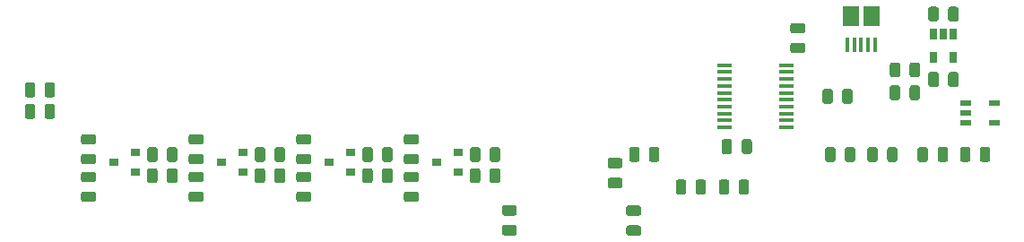
<source format=gbr>
G04 #@! TF.GenerationSoftware,KiCad,Pcbnew,(5.1.5)-3*
G04 #@! TF.CreationDate,2020-05-23T13:52:20-04:00*
G04 #@! TF.ProjectId,STM32_Klipper_Expander,53544d33-325f-44b6-9c69-707065725f45,B*
G04 #@! TF.SameCoordinates,Original*
G04 #@! TF.FileFunction,Paste,Top*
G04 #@! TF.FilePolarity,Positive*
%FSLAX46Y46*%
G04 Gerber Fmt 4.6, Leading zero omitted, Abs format (unit mm)*
G04 Created by KiCad (PCBNEW (5.1.5)-3) date 2020-05-23 13:52:20*
%MOMM*%
%LPD*%
G04 APERTURE LIST*
%ADD10R,1.050000X0.600000*%
%ADD11R,0.650000X1.060000*%
%ADD12R,1.450000X0.450000*%
%ADD13C,0.100000*%
%ADD14R,0.900000X0.800000*%
%ADD15R,1.500000X1.900000*%
%ADD16R,0.400000X1.350000*%
G04 APERTURE END LIST*
D10*
X191628000Y-85614000D03*
X191628000Y-86564000D03*
X191628000Y-87514000D03*
X194328000Y-87514000D03*
X194328000Y-85614000D03*
D11*
X190459000Y-81339000D03*
X188559000Y-81339000D03*
X188559000Y-79139000D03*
X189509000Y-79139000D03*
X190459000Y-79139000D03*
D12*
X174700000Y-82075000D03*
X174700000Y-82725000D03*
X174700000Y-83375000D03*
X174700000Y-84025000D03*
X174700000Y-84675000D03*
X174700000Y-85325000D03*
X174700000Y-85975000D03*
X174700000Y-86625000D03*
X174700000Y-87275000D03*
X174700000Y-87925000D03*
X168800000Y-87925000D03*
X168800000Y-87275000D03*
X168800000Y-86625000D03*
X168800000Y-85975000D03*
X168800000Y-85325000D03*
X168800000Y-84675000D03*
X168800000Y-84025000D03*
X168800000Y-83375000D03*
X168800000Y-82725000D03*
X168800000Y-82075000D03*
D13*
G36*
X105410142Y-83706174D02*
G01*
X105433803Y-83709684D01*
X105457007Y-83715496D01*
X105479529Y-83723554D01*
X105501153Y-83733782D01*
X105521670Y-83746079D01*
X105540883Y-83760329D01*
X105558607Y-83776393D01*
X105574671Y-83794117D01*
X105588921Y-83813330D01*
X105601218Y-83833847D01*
X105611446Y-83855471D01*
X105619504Y-83877993D01*
X105625316Y-83901197D01*
X105628826Y-83924858D01*
X105630000Y-83948750D01*
X105630000Y-84861250D01*
X105628826Y-84885142D01*
X105625316Y-84908803D01*
X105619504Y-84932007D01*
X105611446Y-84954529D01*
X105601218Y-84976153D01*
X105588921Y-84996670D01*
X105574671Y-85015883D01*
X105558607Y-85033607D01*
X105540883Y-85049671D01*
X105521670Y-85063921D01*
X105501153Y-85076218D01*
X105479529Y-85086446D01*
X105457007Y-85094504D01*
X105433803Y-85100316D01*
X105410142Y-85103826D01*
X105386250Y-85105000D01*
X104898750Y-85105000D01*
X104874858Y-85103826D01*
X104851197Y-85100316D01*
X104827993Y-85094504D01*
X104805471Y-85086446D01*
X104783847Y-85076218D01*
X104763330Y-85063921D01*
X104744117Y-85049671D01*
X104726393Y-85033607D01*
X104710329Y-85015883D01*
X104696079Y-84996670D01*
X104683782Y-84976153D01*
X104673554Y-84954529D01*
X104665496Y-84932007D01*
X104659684Y-84908803D01*
X104656174Y-84885142D01*
X104655000Y-84861250D01*
X104655000Y-83948750D01*
X104656174Y-83924858D01*
X104659684Y-83901197D01*
X104665496Y-83877993D01*
X104673554Y-83855471D01*
X104683782Y-83833847D01*
X104696079Y-83813330D01*
X104710329Y-83794117D01*
X104726393Y-83776393D01*
X104744117Y-83760329D01*
X104763330Y-83746079D01*
X104783847Y-83733782D01*
X104805471Y-83723554D01*
X104827993Y-83715496D01*
X104851197Y-83709684D01*
X104874858Y-83706174D01*
X104898750Y-83705000D01*
X105386250Y-83705000D01*
X105410142Y-83706174D01*
G37*
G36*
X103535142Y-83706174D02*
G01*
X103558803Y-83709684D01*
X103582007Y-83715496D01*
X103604529Y-83723554D01*
X103626153Y-83733782D01*
X103646670Y-83746079D01*
X103665883Y-83760329D01*
X103683607Y-83776393D01*
X103699671Y-83794117D01*
X103713921Y-83813330D01*
X103726218Y-83833847D01*
X103736446Y-83855471D01*
X103744504Y-83877993D01*
X103750316Y-83901197D01*
X103753826Y-83924858D01*
X103755000Y-83948750D01*
X103755000Y-84861250D01*
X103753826Y-84885142D01*
X103750316Y-84908803D01*
X103744504Y-84932007D01*
X103736446Y-84954529D01*
X103726218Y-84976153D01*
X103713921Y-84996670D01*
X103699671Y-85015883D01*
X103683607Y-85033607D01*
X103665883Y-85049671D01*
X103646670Y-85063921D01*
X103626153Y-85076218D01*
X103604529Y-85086446D01*
X103582007Y-85094504D01*
X103558803Y-85100316D01*
X103535142Y-85103826D01*
X103511250Y-85105000D01*
X103023750Y-85105000D01*
X102999858Y-85103826D01*
X102976197Y-85100316D01*
X102952993Y-85094504D01*
X102930471Y-85086446D01*
X102908847Y-85076218D01*
X102888330Y-85063921D01*
X102869117Y-85049671D01*
X102851393Y-85033607D01*
X102835329Y-85015883D01*
X102821079Y-84996670D01*
X102808782Y-84976153D01*
X102798554Y-84954529D01*
X102790496Y-84932007D01*
X102784684Y-84908803D01*
X102781174Y-84885142D01*
X102780000Y-84861250D01*
X102780000Y-83948750D01*
X102781174Y-83924858D01*
X102784684Y-83901197D01*
X102790496Y-83877993D01*
X102798554Y-83855471D01*
X102808782Y-83833847D01*
X102821079Y-83813330D01*
X102835329Y-83794117D01*
X102851393Y-83776393D01*
X102869117Y-83760329D01*
X102888330Y-83746079D01*
X102908847Y-83733782D01*
X102930471Y-83723554D01*
X102952993Y-83715496D01*
X102976197Y-83709684D01*
X102999858Y-83706174D01*
X103023750Y-83705000D01*
X103511250Y-83705000D01*
X103535142Y-83706174D01*
G37*
G36*
X185196142Y-81801174D02*
G01*
X185219803Y-81804684D01*
X185243007Y-81810496D01*
X185265529Y-81818554D01*
X185287153Y-81828782D01*
X185307670Y-81841079D01*
X185326883Y-81855329D01*
X185344607Y-81871393D01*
X185360671Y-81889117D01*
X185374921Y-81908330D01*
X185387218Y-81928847D01*
X185397446Y-81950471D01*
X185405504Y-81972993D01*
X185411316Y-81996197D01*
X185414826Y-82019858D01*
X185416000Y-82043750D01*
X185416000Y-82956250D01*
X185414826Y-82980142D01*
X185411316Y-83003803D01*
X185405504Y-83027007D01*
X185397446Y-83049529D01*
X185387218Y-83071153D01*
X185374921Y-83091670D01*
X185360671Y-83110883D01*
X185344607Y-83128607D01*
X185326883Y-83144671D01*
X185307670Y-83158921D01*
X185287153Y-83171218D01*
X185265529Y-83181446D01*
X185243007Y-83189504D01*
X185219803Y-83195316D01*
X185196142Y-83198826D01*
X185172250Y-83200000D01*
X184684750Y-83200000D01*
X184660858Y-83198826D01*
X184637197Y-83195316D01*
X184613993Y-83189504D01*
X184591471Y-83181446D01*
X184569847Y-83171218D01*
X184549330Y-83158921D01*
X184530117Y-83144671D01*
X184512393Y-83128607D01*
X184496329Y-83110883D01*
X184482079Y-83091670D01*
X184469782Y-83071153D01*
X184459554Y-83049529D01*
X184451496Y-83027007D01*
X184445684Y-83003803D01*
X184442174Y-82980142D01*
X184441000Y-82956250D01*
X184441000Y-82043750D01*
X184442174Y-82019858D01*
X184445684Y-81996197D01*
X184451496Y-81972993D01*
X184459554Y-81950471D01*
X184469782Y-81928847D01*
X184482079Y-81908330D01*
X184496329Y-81889117D01*
X184512393Y-81871393D01*
X184530117Y-81855329D01*
X184549330Y-81841079D01*
X184569847Y-81828782D01*
X184591471Y-81818554D01*
X184613993Y-81810496D01*
X184637197Y-81804684D01*
X184660858Y-81801174D01*
X184684750Y-81800000D01*
X185172250Y-81800000D01*
X185196142Y-81801174D01*
G37*
G36*
X187071142Y-81801174D02*
G01*
X187094803Y-81804684D01*
X187118007Y-81810496D01*
X187140529Y-81818554D01*
X187162153Y-81828782D01*
X187182670Y-81841079D01*
X187201883Y-81855329D01*
X187219607Y-81871393D01*
X187235671Y-81889117D01*
X187249921Y-81908330D01*
X187262218Y-81928847D01*
X187272446Y-81950471D01*
X187280504Y-81972993D01*
X187286316Y-81996197D01*
X187289826Y-82019858D01*
X187291000Y-82043750D01*
X187291000Y-82956250D01*
X187289826Y-82980142D01*
X187286316Y-83003803D01*
X187280504Y-83027007D01*
X187272446Y-83049529D01*
X187262218Y-83071153D01*
X187249921Y-83091670D01*
X187235671Y-83110883D01*
X187219607Y-83128607D01*
X187201883Y-83144671D01*
X187182670Y-83158921D01*
X187162153Y-83171218D01*
X187140529Y-83181446D01*
X187118007Y-83189504D01*
X187094803Y-83195316D01*
X187071142Y-83198826D01*
X187047250Y-83200000D01*
X186559750Y-83200000D01*
X186535858Y-83198826D01*
X186512197Y-83195316D01*
X186488993Y-83189504D01*
X186466471Y-83181446D01*
X186444847Y-83171218D01*
X186424330Y-83158921D01*
X186405117Y-83144671D01*
X186387393Y-83128607D01*
X186371329Y-83110883D01*
X186357079Y-83091670D01*
X186344782Y-83071153D01*
X186334554Y-83049529D01*
X186326496Y-83027007D01*
X186320684Y-83003803D01*
X186317174Y-82980142D01*
X186316000Y-82956250D01*
X186316000Y-82043750D01*
X186317174Y-82019858D01*
X186320684Y-81996197D01*
X186326496Y-81972993D01*
X186334554Y-81950471D01*
X186344782Y-81928847D01*
X186357079Y-81908330D01*
X186371329Y-81889117D01*
X186387393Y-81871393D01*
X186405117Y-81855329D01*
X186424330Y-81841079D01*
X186444847Y-81828782D01*
X186466471Y-81818554D01*
X186488993Y-81810496D01*
X186512197Y-81804684D01*
X186535858Y-81801174D01*
X186559750Y-81800000D01*
X187047250Y-81800000D01*
X187071142Y-81801174D01*
G37*
G36*
X109257142Y-92125174D02*
G01*
X109280803Y-92128684D01*
X109304007Y-92134496D01*
X109326529Y-92142554D01*
X109348153Y-92152782D01*
X109368670Y-92165079D01*
X109387883Y-92179329D01*
X109405607Y-92195393D01*
X109421671Y-92213117D01*
X109435921Y-92232330D01*
X109448218Y-92252847D01*
X109458446Y-92274471D01*
X109466504Y-92296993D01*
X109472316Y-92320197D01*
X109475826Y-92343858D01*
X109477000Y-92367750D01*
X109477000Y-92855250D01*
X109475826Y-92879142D01*
X109472316Y-92902803D01*
X109466504Y-92926007D01*
X109458446Y-92948529D01*
X109448218Y-92970153D01*
X109435921Y-92990670D01*
X109421671Y-93009883D01*
X109405607Y-93027607D01*
X109387883Y-93043671D01*
X109368670Y-93057921D01*
X109348153Y-93070218D01*
X109326529Y-93080446D01*
X109304007Y-93088504D01*
X109280803Y-93094316D01*
X109257142Y-93097826D01*
X109233250Y-93099000D01*
X108320750Y-93099000D01*
X108296858Y-93097826D01*
X108273197Y-93094316D01*
X108249993Y-93088504D01*
X108227471Y-93080446D01*
X108205847Y-93070218D01*
X108185330Y-93057921D01*
X108166117Y-93043671D01*
X108148393Y-93027607D01*
X108132329Y-93009883D01*
X108118079Y-92990670D01*
X108105782Y-92970153D01*
X108095554Y-92948529D01*
X108087496Y-92926007D01*
X108081684Y-92902803D01*
X108078174Y-92879142D01*
X108077000Y-92855250D01*
X108077000Y-92367750D01*
X108078174Y-92343858D01*
X108081684Y-92320197D01*
X108087496Y-92296993D01*
X108095554Y-92274471D01*
X108105782Y-92252847D01*
X108118079Y-92232330D01*
X108132329Y-92213117D01*
X108148393Y-92195393D01*
X108166117Y-92179329D01*
X108185330Y-92165079D01*
X108205847Y-92152782D01*
X108227471Y-92142554D01*
X108249993Y-92134496D01*
X108273197Y-92128684D01*
X108296858Y-92125174D01*
X108320750Y-92124000D01*
X109233250Y-92124000D01*
X109257142Y-92125174D01*
G37*
G36*
X109257142Y-94000174D02*
G01*
X109280803Y-94003684D01*
X109304007Y-94009496D01*
X109326529Y-94017554D01*
X109348153Y-94027782D01*
X109368670Y-94040079D01*
X109387883Y-94054329D01*
X109405607Y-94070393D01*
X109421671Y-94088117D01*
X109435921Y-94107330D01*
X109448218Y-94127847D01*
X109458446Y-94149471D01*
X109466504Y-94171993D01*
X109472316Y-94195197D01*
X109475826Y-94218858D01*
X109477000Y-94242750D01*
X109477000Y-94730250D01*
X109475826Y-94754142D01*
X109472316Y-94777803D01*
X109466504Y-94801007D01*
X109458446Y-94823529D01*
X109448218Y-94845153D01*
X109435921Y-94865670D01*
X109421671Y-94884883D01*
X109405607Y-94902607D01*
X109387883Y-94918671D01*
X109368670Y-94932921D01*
X109348153Y-94945218D01*
X109326529Y-94955446D01*
X109304007Y-94963504D01*
X109280803Y-94969316D01*
X109257142Y-94972826D01*
X109233250Y-94974000D01*
X108320750Y-94974000D01*
X108296858Y-94972826D01*
X108273197Y-94969316D01*
X108249993Y-94963504D01*
X108227471Y-94955446D01*
X108205847Y-94945218D01*
X108185330Y-94932921D01*
X108166117Y-94918671D01*
X108148393Y-94902607D01*
X108132329Y-94884883D01*
X108118079Y-94865670D01*
X108105782Y-94845153D01*
X108095554Y-94823529D01*
X108087496Y-94801007D01*
X108081684Y-94777803D01*
X108078174Y-94754142D01*
X108077000Y-94730250D01*
X108077000Y-94242750D01*
X108078174Y-94218858D01*
X108081684Y-94195197D01*
X108087496Y-94171993D01*
X108095554Y-94149471D01*
X108105782Y-94127847D01*
X108118079Y-94107330D01*
X108132329Y-94088117D01*
X108148393Y-94070393D01*
X108166117Y-94054329D01*
X108185330Y-94040079D01*
X108205847Y-94027782D01*
X108227471Y-94017554D01*
X108249993Y-94009496D01*
X108273197Y-94003684D01*
X108296858Y-94000174D01*
X108320750Y-93999000D01*
X109233250Y-93999000D01*
X109257142Y-94000174D01*
G37*
G36*
X119417142Y-92125174D02*
G01*
X119440803Y-92128684D01*
X119464007Y-92134496D01*
X119486529Y-92142554D01*
X119508153Y-92152782D01*
X119528670Y-92165079D01*
X119547883Y-92179329D01*
X119565607Y-92195393D01*
X119581671Y-92213117D01*
X119595921Y-92232330D01*
X119608218Y-92252847D01*
X119618446Y-92274471D01*
X119626504Y-92296993D01*
X119632316Y-92320197D01*
X119635826Y-92343858D01*
X119637000Y-92367750D01*
X119637000Y-92855250D01*
X119635826Y-92879142D01*
X119632316Y-92902803D01*
X119626504Y-92926007D01*
X119618446Y-92948529D01*
X119608218Y-92970153D01*
X119595921Y-92990670D01*
X119581671Y-93009883D01*
X119565607Y-93027607D01*
X119547883Y-93043671D01*
X119528670Y-93057921D01*
X119508153Y-93070218D01*
X119486529Y-93080446D01*
X119464007Y-93088504D01*
X119440803Y-93094316D01*
X119417142Y-93097826D01*
X119393250Y-93099000D01*
X118480750Y-93099000D01*
X118456858Y-93097826D01*
X118433197Y-93094316D01*
X118409993Y-93088504D01*
X118387471Y-93080446D01*
X118365847Y-93070218D01*
X118345330Y-93057921D01*
X118326117Y-93043671D01*
X118308393Y-93027607D01*
X118292329Y-93009883D01*
X118278079Y-92990670D01*
X118265782Y-92970153D01*
X118255554Y-92948529D01*
X118247496Y-92926007D01*
X118241684Y-92902803D01*
X118238174Y-92879142D01*
X118237000Y-92855250D01*
X118237000Y-92367750D01*
X118238174Y-92343858D01*
X118241684Y-92320197D01*
X118247496Y-92296993D01*
X118255554Y-92274471D01*
X118265782Y-92252847D01*
X118278079Y-92232330D01*
X118292329Y-92213117D01*
X118308393Y-92195393D01*
X118326117Y-92179329D01*
X118345330Y-92165079D01*
X118365847Y-92152782D01*
X118387471Y-92142554D01*
X118409993Y-92134496D01*
X118433197Y-92128684D01*
X118456858Y-92125174D01*
X118480750Y-92124000D01*
X119393250Y-92124000D01*
X119417142Y-92125174D01*
G37*
G36*
X119417142Y-94000174D02*
G01*
X119440803Y-94003684D01*
X119464007Y-94009496D01*
X119486529Y-94017554D01*
X119508153Y-94027782D01*
X119528670Y-94040079D01*
X119547883Y-94054329D01*
X119565607Y-94070393D01*
X119581671Y-94088117D01*
X119595921Y-94107330D01*
X119608218Y-94127847D01*
X119618446Y-94149471D01*
X119626504Y-94171993D01*
X119632316Y-94195197D01*
X119635826Y-94218858D01*
X119637000Y-94242750D01*
X119637000Y-94730250D01*
X119635826Y-94754142D01*
X119632316Y-94777803D01*
X119626504Y-94801007D01*
X119618446Y-94823529D01*
X119608218Y-94845153D01*
X119595921Y-94865670D01*
X119581671Y-94884883D01*
X119565607Y-94902607D01*
X119547883Y-94918671D01*
X119528670Y-94932921D01*
X119508153Y-94945218D01*
X119486529Y-94955446D01*
X119464007Y-94963504D01*
X119440803Y-94969316D01*
X119417142Y-94972826D01*
X119393250Y-94974000D01*
X118480750Y-94974000D01*
X118456858Y-94972826D01*
X118433197Y-94969316D01*
X118409993Y-94963504D01*
X118387471Y-94955446D01*
X118365847Y-94945218D01*
X118345330Y-94932921D01*
X118326117Y-94918671D01*
X118308393Y-94902607D01*
X118292329Y-94884883D01*
X118278079Y-94865670D01*
X118265782Y-94845153D01*
X118255554Y-94823529D01*
X118247496Y-94801007D01*
X118241684Y-94777803D01*
X118238174Y-94754142D01*
X118237000Y-94730250D01*
X118237000Y-94242750D01*
X118238174Y-94218858D01*
X118241684Y-94195197D01*
X118247496Y-94171993D01*
X118255554Y-94149471D01*
X118265782Y-94127847D01*
X118278079Y-94107330D01*
X118292329Y-94088117D01*
X118308393Y-94070393D01*
X118326117Y-94054329D01*
X118345330Y-94040079D01*
X118365847Y-94027782D01*
X118387471Y-94017554D01*
X118409993Y-94009496D01*
X118433197Y-94003684D01*
X118456858Y-94000174D01*
X118480750Y-93999000D01*
X119393250Y-93999000D01*
X119417142Y-94000174D01*
G37*
G36*
X129577142Y-92125174D02*
G01*
X129600803Y-92128684D01*
X129624007Y-92134496D01*
X129646529Y-92142554D01*
X129668153Y-92152782D01*
X129688670Y-92165079D01*
X129707883Y-92179329D01*
X129725607Y-92195393D01*
X129741671Y-92213117D01*
X129755921Y-92232330D01*
X129768218Y-92252847D01*
X129778446Y-92274471D01*
X129786504Y-92296993D01*
X129792316Y-92320197D01*
X129795826Y-92343858D01*
X129797000Y-92367750D01*
X129797000Y-92855250D01*
X129795826Y-92879142D01*
X129792316Y-92902803D01*
X129786504Y-92926007D01*
X129778446Y-92948529D01*
X129768218Y-92970153D01*
X129755921Y-92990670D01*
X129741671Y-93009883D01*
X129725607Y-93027607D01*
X129707883Y-93043671D01*
X129688670Y-93057921D01*
X129668153Y-93070218D01*
X129646529Y-93080446D01*
X129624007Y-93088504D01*
X129600803Y-93094316D01*
X129577142Y-93097826D01*
X129553250Y-93099000D01*
X128640750Y-93099000D01*
X128616858Y-93097826D01*
X128593197Y-93094316D01*
X128569993Y-93088504D01*
X128547471Y-93080446D01*
X128525847Y-93070218D01*
X128505330Y-93057921D01*
X128486117Y-93043671D01*
X128468393Y-93027607D01*
X128452329Y-93009883D01*
X128438079Y-92990670D01*
X128425782Y-92970153D01*
X128415554Y-92948529D01*
X128407496Y-92926007D01*
X128401684Y-92902803D01*
X128398174Y-92879142D01*
X128397000Y-92855250D01*
X128397000Y-92367750D01*
X128398174Y-92343858D01*
X128401684Y-92320197D01*
X128407496Y-92296993D01*
X128415554Y-92274471D01*
X128425782Y-92252847D01*
X128438079Y-92232330D01*
X128452329Y-92213117D01*
X128468393Y-92195393D01*
X128486117Y-92179329D01*
X128505330Y-92165079D01*
X128525847Y-92152782D01*
X128547471Y-92142554D01*
X128569993Y-92134496D01*
X128593197Y-92128684D01*
X128616858Y-92125174D01*
X128640750Y-92124000D01*
X129553250Y-92124000D01*
X129577142Y-92125174D01*
G37*
G36*
X129577142Y-94000174D02*
G01*
X129600803Y-94003684D01*
X129624007Y-94009496D01*
X129646529Y-94017554D01*
X129668153Y-94027782D01*
X129688670Y-94040079D01*
X129707883Y-94054329D01*
X129725607Y-94070393D01*
X129741671Y-94088117D01*
X129755921Y-94107330D01*
X129768218Y-94127847D01*
X129778446Y-94149471D01*
X129786504Y-94171993D01*
X129792316Y-94195197D01*
X129795826Y-94218858D01*
X129797000Y-94242750D01*
X129797000Y-94730250D01*
X129795826Y-94754142D01*
X129792316Y-94777803D01*
X129786504Y-94801007D01*
X129778446Y-94823529D01*
X129768218Y-94845153D01*
X129755921Y-94865670D01*
X129741671Y-94884883D01*
X129725607Y-94902607D01*
X129707883Y-94918671D01*
X129688670Y-94932921D01*
X129668153Y-94945218D01*
X129646529Y-94955446D01*
X129624007Y-94963504D01*
X129600803Y-94969316D01*
X129577142Y-94972826D01*
X129553250Y-94974000D01*
X128640750Y-94974000D01*
X128616858Y-94972826D01*
X128593197Y-94969316D01*
X128569993Y-94963504D01*
X128547471Y-94955446D01*
X128525847Y-94945218D01*
X128505330Y-94932921D01*
X128486117Y-94918671D01*
X128468393Y-94902607D01*
X128452329Y-94884883D01*
X128438079Y-94865670D01*
X128425782Y-94845153D01*
X128415554Y-94823529D01*
X128407496Y-94801007D01*
X128401684Y-94777803D01*
X128398174Y-94754142D01*
X128397000Y-94730250D01*
X128397000Y-94242750D01*
X128398174Y-94218858D01*
X128401684Y-94195197D01*
X128407496Y-94171993D01*
X128415554Y-94149471D01*
X128425782Y-94127847D01*
X128438079Y-94107330D01*
X128452329Y-94088117D01*
X128468393Y-94070393D01*
X128486117Y-94054329D01*
X128505330Y-94040079D01*
X128525847Y-94027782D01*
X128547471Y-94017554D01*
X128569993Y-94009496D01*
X128593197Y-94003684D01*
X128616858Y-94000174D01*
X128640750Y-93999000D01*
X129553250Y-93999000D01*
X129577142Y-94000174D01*
G37*
G36*
X179080142Y-89801174D02*
G01*
X179103803Y-89804684D01*
X179127007Y-89810496D01*
X179149529Y-89818554D01*
X179171153Y-89828782D01*
X179191670Y-89841079D01*
X179210883Y-89855329D01*
X179228607Y-89871393D01*
X179244671Y-89889117D01*
X179258921Y-89908330D01*
X179271218Y-89928847D01*
X179281446Y-89950471D01*
X179289504Y-89972993D01*
X179295316Y-89996197D01*
X179298826Y-90019858D01*
X179300000Y-90043750D01*
X179300000Y-90956250D01*
X179298826Y-90980142D01*
X179295316Y-91003803D01*
X179289504Y-91027007D01*
X179281446Y-91049529D01*
X179271218Y-91071153D01*
X179258921Y-91091670D01*
X179244671Y-91110883D01*
X179228607Y-91128607D01*
X179210883Y-91144671D01*
X179191670Y-91158921D01*
X179171153Y-91171218D01*
X179149529Y-91181446D01*
X179127007Y-91189504D01*
X179103803Y-91195316D01*
X179080142Y-91198826D01*
X179056250Y-91200000D01*
X178568750Y-91200000D01*
X178544858Y-91198826D01*
X178521197Y-91195316D01*
X178497993Y-91189504D01*
X178475471Y-91181446D01*
X178453847Y-91171218D01*
X178433330Y-91158921D01*
X178414117Y-91144671D01*
X178396393Y-91128607D01*
X178380329Y-91110883D01*
X178366079Y-91091670D01*
X178353782Y-91071153D01*
X178343554Y-91049529D01*
X178335496Y-91027007D01*
X178329684Y-91003803D01*
X178326174Y-90980142D01*
X178325000Y-90956250D01*
X178325000Y-90043750D01*
X178326174Y-90019858D01*
X178329684Y-89996197D01*
X178335496Y-89972993D01*
X178343554Y-89950471D01*
X178353782Y-89928847D01*
X178366079Y-89908330D01*
X178380329Y-89889117D01*
X178396393Y-89871393D01*
X178414117Y-89855329D01*
X178433330Y-89841079D01*
X178453847Y-89828782D01*
X178475471Y-89818554D01*
X178497993Y-89810496D01*
X178521197Y-89804684D01*
X178544858Y-89801174D01*
X178568750Y-89800000D01*
X179056250Y-89800000D01*
X179080142Y-89801174D01*
G37*
G36*
X180955142Y-89801174D02*
G01*
X180978803Y-89804684D01*
X181002007Y-89810496D01*
X181024529Y-89818554D01*
X181046153Y-89828782D01*
X181066670Y-89841079D01*
X181085883Y-89855329D01*
X181103607Y-89871393D01*
X181119671Y-89889117D01*
X181133921Y-89908330D01*
X181146218Y-89928847D01*
X181156446Y-89950471D01*
X181164504Y-89972993D01*
X181170316Y-89996197D01*
X181173826Y-90019858D01*
X181175000Y-90043750D01*
X181175000Y-90956250D01*
X181173826Y-90980142D01*
X181170316Y-91003803D01*
X181164504Y-91027007D01*
X181156446Y-91049529D01*
X181146218Y-91071153D01*
X181133921Y-91091670D01*
X181119671Y-91110883D01*
X181103607Y-91128607D01*
X181085883Y-91144671D01*
X181066670Y-91158921D01*
X181046153Y-91171218D01*
X181024529Y-91181446D01*
X181002007Y-91189504D01*
X180978803Y-91195316D01*
X180955142Y-91198826D01*
X180931250Y-91200000D01*
X180443750Y-91200000D01*
X180419858Y-91198826D01*
X180396197Y-91195316D01*
X180372993Y-91189504D01*
X180350471Y-91181446D01*
X180328847Y-91171218D01*
X180308330Y-91158921D01*
X180289117Y-91144671D01*
X180271393Y-91128607D01*
X180255329Y-91110883D01*
X180241079Y-91091670D01*
X180228782Y-91071153D01*
X180218554Y-91049529D01*
X180210496Y-91027007D01*
X180204684Y-91003803D01*
X180201174Y-90980142D01*
X180200000Y-90956250D01*
X180200000Y-90043750D01*
X180201174Y-90019858D01*
X180204684Y-89996197D01*
X180210496Y-89972993D01*
X180218554Y-89950471D01*
X180228782Y-89928847D01*
X180241079Y-89908330D01*
X180255329Y-89889117D01*
X180271393Y-89871393D01*
X180289117Y-89855329D01*
X180308330Y-89841079D01*
X180328847Y-89828782D01*
X180350471Y-89818554D01*
X180372993Y-89810496D01*
X180396197Y-89804684D01*
X180419858Y-89801174D01*
X180443750Y-89800000D01*
X180931250Y-89800000D01*
X180955142Y-89801174D01*
G37*
G36*
X187830142Y-89801174D02*
G01*
X187853803Y-89804684D01*
X187877007Y-89810496D01*
X187899529Y-89818554D01*
X187921153Y-89828782D01*
X187941670Y-89841079D01*
X187960883Y-89855329D01*
X187978607Y-89871393D01*
X187994671Y-89889117D01*
X188008921Y-89908330D01*
X188021218Y-89928847D01*
X188031446Y-89950471D01*
X188039504Y-89972993D01*
X188045316Y-89996197D01*
X188048826Y-90019858D01*
X188050000Y-90043750D01*
X188050000Y-90956250D01*
X188048826Y-90980142D01*
X188045316Y-91003803D01*
X188039504Y-91027007D01*
X188031446Y-91049529D01*
X188021218Y-91071153D01*
X188008921Y-91091670D01*
X187994671Y-91110883D01*
X187978607Y-91128607D01*
X187960883Y-91144671D01*
X187941670Y-91158921D01*
X187921153Y-91171218D01*
X187899529Y-91181446D01*
X187877007Y-91189504D01*
X187853803Y-91195316D01*
X187830142Y-91198826D01*
X187806250Y-91200000D01*
X187318750Y-91200000D01*
X187294858Y-91198826D01*
X187271197Y-91195316D01*
X187247993Y-91189504D01*
X187225471Y-91181446D01*
X187203847Y-91171218D01*
X187183330Y-91158921D01*
X187164117Y-91144671D01*
X187146393Y-91128607D01*
X187130329Y-91110883D01*
X187116079Y-91091670D01*
X187103782Y-91071153D01*
X187093554Y-91049529D01*
X187085496Y-91027007D01*
X187079684Y-91003803D01*
X187076174Y-90980142D01*
X187075000Y-90956250D01*
X187075000Y-90043750D01*
X187076174Y-90019858D01*
X187079684Y-89996197D01*
X187085496Y-89972993D01*
X187093554Y-89950471D01*
X187103782Y-89928847D01*
X187116079Y-89908330D01*
X187130329Y-89889117D01*
X187146393Y-89871393D01*
X187164117Y-89855329D01*
X187183330Y-89841079D01*
X187203847Y-89828782D01*
X187225471Y-89818554D01*
X187247993Y-89810496D01*
X187271197Y-89804684D01*
X187294858Y-89801174D01*
X187318750Y-89800000D01*
X187806250Y-89800000D01*
X187830142Y-89801174D01*
G37*
G36*
X189705142Y-89801174D02*
G01*
X189728803Y-89804684D01*
X189752007Y-89810496D01*
X189774529Y-89818554D01*
X189796153Y-89828782D01*
X189816670Y-89841079D01*
X189835883Y-89855329D01*
X189853607Y-89871393D01*
X189869671Y-89889117D01*
X189883921Y-89908330D01*
X189896218Y-89928847D01*
X189906446Y-89950471D01*
X189914504Y-89972993D01*
X189920316Y-89996197D01*
X189923826Y-90019858D01*
X189925000Y-90043750D01*
X189925000Y-90956250D01*
X189923826Y-90980142D01*
X189920316Y-91003803D01*
X189914504Y-91027007D01*
X189906446Y-91049529D01*
X189896218Y-91071153D01*
X189883921Y-91091670D01*
X189869671Y-91110883D01*
X189853607Y-91128607D01*
X189835883Y-91144671D01*
X189816670Y-91158921D01*
X189796153Y-91171218D01*
X189774529Y-91181446D01*
X189752007Y-91189504D01*
X189728803Y-91195316D01*
X189705142Y-91198826D01*
X189681250Y-91200000D01*
X189193750Y-91200000D01*
X189169858Y-91198826D01*
X189146197Y-91195316D01*
X189122993Y-91189504D01*
X189100471Y-91181446D01*
X189078847Y-91171218D01*
X189058330Y-91158921D01*
X189039117Y-91144671D01*
X189021393Y-91128607D01*
X189005329Y-91110883D01*
X188991079Y-91091670D01*
X188978782Y-91071153D01*
X188968554Y-91049529D01*
X188960496Y-91027007D01*
X188954684Y-91003803D01*
X188951174Y-90980142D01*
X188950000Y-90956250D01*
X188950000Y-90043750D01*
X188951174Y-90019858D01*
X188954684Y-89996197D01*
X188960496Y-89972993D01*
X188968554Y-89950471D01*
X188978782Y-89928847D01*
X188991079Y-89908330D01*
X189005329Y-89889117D01*
X189021393Y-89871393D01*
X189039117Y-89855329D01*
X189058330Y-89841079D01*
X189078847Y-89828782D01*
X189100471Y-89818554D01*
X189122993Y-89810496D01*
X189146197Y-89804684D01*
X189169858Y-89801174D01*
X189193750Y-89800000D01*
X189681250Y-89800000D01*
X189705142Y-89801174D01*
G37*
G36*
X139737142Y-92125174D02*
G01*
X139760803Y-92128684D01*
X139784007Y-92134496D01*
X139806529Y-92142554D01*
X139828153Y-92152782D01*
X139848670Y-92165079D01*
X139867883Y-92179329D01*
X139885607Y-92195393D01*
X139901671Y-92213117D01*
X139915921Y-92232330D01*
X139928218Y-92252847D01*
X139938446Y-92274471D01*
X139946504Y-92296993D01*
X139952316Y-92320197D01*
X139955826Y-92343858D01*
X139957000Y-92367750D01*
X139957000Y-92855250D01*
X139955826Y-92879142D01*
X139952316Y-92902803D01*
X139946504Y-92926007D01*
X139938446Y-92948529D01*
X139928218Y-92970153D01*
X139915921Y-92990670D01*
X139901671Y-93009883D01*
X139885607Y-93027607D01*
X139867883Y-93043671D01*
X139848670Y-93057921D01*
X139828153Y-93070218D01*
X139806529Y-93080446D01*
X139784007Y-93088504D01*
X139760803Y-93094316D01*
X139737142Y-93097826D01*
X139713250Y-93099000D01*
X138800750Y-93099000D01*
X138776858Y-93097826D01*
X138753197Y-93094316D01*
X138729993Y-93088504D01*
X138707471Y-93080446D01*
X138685847Y-93070218D01*
X138665330Y-93057921D01*
X138646117Y-93043671D01*
X138628393Y-93027607D01*
X138612329Y-93009883D01*
X138598079Y-92990670D01*
X138585782Y-92970153D01*
X138575554Y-92948529D01*
X138567496Y-92926007D01*
X138561684Y-92902803D01*
X138558174Y-92879142D01*
X138557000Y-92855250D01*
X138557000Y-92367750D01*
X138558174Y-92343858D01*
X138561684Y-92320197D01*
X138567496Y-92296993D01*
X138575554Y-92274471D01*
X138585782Y-92252847D01*
X138598079Y-92232330D01*
X138612329Y-92213117D01*
X138628393Y-92195393D01*
X138646117Y-92179329D01*
X138665330Y-92165079D01*
X138685847Y-92152782D01*
X138707471Y-92142554D01*
X138729993Y-92134496D01*
X138753197Y-92128684D01*
X138776858Y-92125174D01*
X138800750Y-92124000D01*
X139713250Y-92124000D01*
X139737142Y-92125174D01*
G37*
G36*
X139737142Y-94000174D02*
G01*
X139760803Y-94003684D01*
X139784007Y-94009496D01*
X139806529Y-94017554D01*
X139828153Y-94027782D01*
X139848670Y-94040079D01*
X139867883Y-94054329D01*
X139885607Y-94070393D01*
X139901671Y-94088117D01*
X139915921Y-94107330D01*
X139928218Y-94127847D01*
X139938446Y-94149471D01*
X139946504Y-94171993D01*
X139952316Y-94195197D01*
X139955826Y-94218858D01*
X139957000Y-94242750D01*
X139957000Y-94730250D01*
X139955826Y-94754142D01*
X139952316Y-94777803D01*
X139946504Y-94801007D01*
X139938446Y-94823529D01*
X139928218Y-94845153D01*
X139915921Y-94865670D01*
X139901671Y-94884883D01*
X139885607Y-94902607D01*
X139867883Y-94918671D01*
X139848670Y-94932921D01*
X139828153Y-94945218D01*
X139806529Y-94955446D01*
X139784007Y-94963504D01*
X139760803Y-94969316D01*
X139737142Y-94972826D01*
X139713250Y-94974000D01*
X138800750Y-94974000D01*
X138776858Y-94972826D01*
X138753197Y-94969316D01*
X138729993Y-94963504D01*
X138707471Y-94955446D01*
X138685847Y-94945218D01*
X138665330Y-94932921D01*
X138646117Y-94918671D01*
X138628393Y-94902607D01*
X138612329Y-94884883D01*
X138598079Y-94865670D01*
X138585782Y-94845153D01*
X138575554Y-94823529D01*
X138567496Y-94801007D01*
X138561684Y-94777803D01*
X138558174Y-94754142D01*
X138557000Y-94730250D01*
X138557000Y-94242750D01*
X138558174Y-94218858D01*
X138561684Y-94195197D01*
X138567496Y-94171993D01*
X138575554Y-94149471D01*
X138585782Y-94127847D01*
X138598079Y-94107330D01*
X138612329Y-94088117D01*
X138628393Y-94070393D01*
X138646117Y-94054329D01*
X138665330Y-94040079D01*
X138685847Y-94027782D01*
X138707471Y-94017554D01*
X138729993Y-94009496D01*
X138753197Y-94003684D01*
X138776858Y-94000174D01*
X138800750Y-93999000D01*
X139713250Y-93999000D01*
X139737142Y-94000174D01*
G37*
G36*
X115076142Y-89801174D02*
G01*
X115099803Y-89804684D01*
X115123007Y-89810496D01*
X115145529Y-89818554D01*
X115167153Y-89828782D01*
X115187670Y-89841079D01*
X115206883Y-89855329D01*
X115224607Y-89871393D01*
X115240671Y-89889117D01*
X115254921Y-89908330D01*
X115267218Y-89928847D01*
X115277446Y-89950471D01*
X115285504Y-89972993D01*
X115291316Y-89996197D01*
X115294826Y-90019858D01*
X115296000Y-90043750D01*
X115296000Y-90956250D01*
X115294826Y-90980142D01*
X115291316Y-91003803D01*
X115285504Y-91027007D01*
X115277446Y-91049529D01*
X115267218Y-91071153D01*
X115254921Y-91091670D01*
X115240671Y-91110883D01*
X115224607Y-91128607D01*
X115206883Y-91144671D01*
X115187670Y-91158921D01*
X115167153Y-91171218D01*
X115145529Y-91181446D01*
X115123007Y-91189504D01*
X115099803Y-91195316D01*
X115076142Y-91198826D01*
X115052250Y-91200000D01*
X114564750Y-91200000D01*
X114540858Y-91198826D01*
X114517197Y-91195316D01*
X114493993Y-91189504D01*
X114471471Y-91181446D01*
X114449847Y-91171218D01*
X114429330Y-91158921D01*
X114410117Y-91144671D01*
X114392393Y-91128607D01*
X114376329Y-91110883D01*
X114362079Y-91091670D01*
X114349782Y-91071153D01*
X114339554Y-91049529D01*
X114331496Y-91027007D01*
X114325684Y-91003803D01*
X114322174Y-90980142D01*
X114321000Y-90956250D01*
X114321000Y-90043750D01*
X114322174Y-90019858D01*
X114325684Y-89996197D01*
X114331496Y-89972993D01*
X114339554Y-89950471D01*
X114349782Y-89928847D01*
X114362079Y-89908330D01*
X114376329Y-89889117D01*
X114392393Y-89871393D01*
X114410117Y-89855329D01*
X114429330Y-89841079D01*
X114449847Y-89828782D01*
X114471471Y-89818554D01*
X114493993Y-89810496D01*
X114517197Y-89804684D01*
X114540858Y-89801174D01*
X114564750Y-89800000D01*
X115052250Y-89800000D01*
X115076142Y-89801174D01*
G37*
G36*
X116951142Y-89801174D02*
G01*
X116974803Y-89804684D01*
X116998007Y-89810496D01*
X117020529Y-89818554D01*
X117042153Y-89828782D01*
X117062670Y-89841079D01*
X117081883Y-89855329D01*
X117099607Y-89871393D01*
X117115671Y-89889117D01*
X117129921Y-89908330D01*
X117142218Y-89928847D01*
X117152446Y-89950471D01*
X117160504Y-89972993D01*
X117166316Y-89996197D01*
X117169826Y-90019858D01*
X117171000Y-90043750D01*
X117171000Y-90956250D01*
X117169826Y-90980142D01*
X117166316Y-91003803D01*
X117160504Y-91027007D01*
X117152446Y-91049529D01*
X117142218Y-91071153D01*
X117129921Y-91091670D01*
X117115671Y-91110883D01*
X117099607Y-91128607D01*
X117081883Y-91144671D01*
X117062670Y-91158921D01*
X117042153Y-91171218D01*
X117020529Y-91181446D01*
X116998007Y-91189504D01*
X116974803Y-91195316D01*
X116951142Y-91198826D01*
X116927250Y-91200000D01*
X116439750Y-91200000D01*
X116415858Y-91198826D01*
X116392197Y-91195316D01*
X116368993Y-91189504D01*
X116346471Y-91181446D01*
X116324847Y-91171218D01*
X116304330Y-91158921D01*
X116285117Y-91144671D01*
X116267393Y-91128607D01*
X116251329Y-91110883D01*
X116237079Y-91091670D01*
X116224782Y-91071153D01*
X116214554Y-91049529D01*
X116206496Y-91027007D01*
X116200684Y-91003803D01*
X116197174Y-90980142D01*
X116196000Y-90956250D01*
X116196000Y-90043750D01*
X116197174Y-90019858D01*
X116200684Y-89996197D01*
X116206496Y-89972993D01*
X116214554Y-89950471D01*
X116224782Y-89928847D01*
X116237079Y-89908330D01*
X116251329Y-89889117D01*
X116267393Y-89871393D01*
X116285117Y-89855329D01*
X116304330Y-89841079D01*
X116324847Y-89828782D01*
X116346471Y-89818554D01*
X116368993Y-89810496D01*
X116392197Y-89804684D01*
X116415858Y-89801174D01*
X116439750Y-89800000D01*
X116927250Y-89800000D01*
X116951142Y-89801174D01*
G37*
G36*
X125236142Y-89801174D02*
G01*
X125259803Y-89804684D01*
X125283007Y-89810496D01*
X125305529Y-89818554D01*
X125327153Y-89828782D01*
X125347670Y-89841079D01*
X125366883Y-89855329D01*
X125384607Y-89871393D01*
X125400671Y-89889117D01*
X125414921Y-89908330D01*
X125427218Y-89928847D01*
X125437446Y-89950471D01*
X125445504Y-89972993D01*
X125451316Y-89996197D01*
X125454826Y-90019858D01*
X125456000Y-90043750D01*
X125456000Y-90956250D01*
X125454826Y-90980142D01*
X125451316Y-91003803D01*
X125445504Y-91027007D01*
X125437446Y-91049529D01*
X125427218Y-91071153D01*
X125414921Y-91091670D01*
X125400671Y-91110883D01*
X125384607Y-91128607D01*
X125366883Y-91144671D01*
X125347670Y-91158921D01*
X125327153Y-91171218D01*
X125305529Y-91181446D01*
X125283007Y-91189504D01*
X125259803Y-91195316D01*
X125236142Y-91198826D01*
X125212250Y-91200000D01*
X124724750Y-91200000D01*
X124700858Y-91198826D01*
X124677197Y-91195316D01*
X124653993Y-91189504D01*
X124631471Y-91181446D01*
X124609847Y-91171218D01*
X124589330Y-91158921D01*
X124570117Y-91144671D01*
X124552393Y-91128607D01*
X124536329Y-91110883D01*
X124522079Y-91091670D01*
X124509782Y-91071153D01*
X124499554Y-91049529D01*
X124491496Y-91027007D01*
X124485684Y-91003803D01*
X124482174Y-90980142D01*
X124481000Y-90956250D01*
X124481000Y-90043750D01*
X124482174Y-90019858D01*
X124485684Y-89996197D01*
X124491496Y-89972993D01*
X124499554Y-89950471D01*
X124509782Y-89928847D01*
X124522079Y-89908330D01*
X124536329Y-89889117D01*
X124552393Y-89871393D01*
X124570117Y-89855329D01*
X124589330Y-89841079D01*
X124609847Y-89828782D01*
X124631471Y-89818554D01*
X124653993Y-89810496D01*
X124677197Y-89804684D01*
X124700858Y-89801174D01*
X124724750Y-89800000D01*
X125212250Y-89800000D01*
X125236142Y-89801174D01*
G37*
G36*
X127111142Y-89801174D02*
G01*
X127134803Y-89804684D01*
X127158007Y-89810496D01*
X127180529Y-89818554D01*
X127202153Y-89828782D01*
X127222670Y-89841079D01*
X127241883Y-89855329D01*
X127259607Y-89871393D01*
X127275671Y-89889117D01*
X127289921Y-89908330D01*
X127302218Y-89928847D01*
X127312446Y-89950471D01*
X127320504Y-89972993D01*
X127326316Y-89996197D01*
X127329826Y-90019858D01*
X127331000Y-90043750D01*
X127331000Y-90956250D01*
X127329826Y-90980142D01*
X127326316Y-91003803D01*
X127320504Y-91027007D01*
X127312446Y-91049529D01*
X127302218Y-91071153D01*
X127289921Y-91091670D01*
X127275671Y-91110883D01*
X127259607Y-91128607D01*
X127241883Y-91144671D01*
X127222670Y-91158921D01*
X127202153Y-91171218D01*
X127180529Y-91181446D01*
X127158007Y-91189504D01*
X127134803Y-91195316D01*
X127111142Y-91198826D01*
X127087250Y-91200000D01*
X126599750Y-91200000D01*
X126575858Y-91198826D01*
X126552197Y-91195316D01*
X126528993Y-91189504D01*
X126506471Y-91181446D01*
X126484847Y-91171218D01*
X126464330Y-91158921D01*
X126445117Y-91144671D01*
X126427393Y-91128607D01*
X126411329Y-91110883D01*
X126397079Y-91091670D01*
X126384782Y-91071153D01*
X126374554Y-91049529D01*
X126366496Y-91027007D01*
X126360684Y-91003803D01*
X126357174Y-90980142D01*
X126356000Y-90956250D01*
X126356000Y-90043750D01*
X126357174Y-90019858D01*
X126360684Y-89996197D01*
X126366496Y-89972993D01*
X126374554Y-89950471D01*
X126384782Y-89928847D01*
X126397079Y-89908330D01*
X126411329Y-89889117D01*
X126427393Y-89871393D01*
X126445117Y-89855329D01*
X126464330Y-89841079D01*
X126484847Y-89828782D01*
X126506471Y-89818554D01*
X126528993Y-89810496D01*
X126552197Y-89804684D01*
X126575858Y-89801174D01*
X126599750Y-89800000D01*
X127087250Y-89800000D01*
X127111142Y-89801174D01*
G37*
G36*
X135396142Y-89801174D02*
G01*
X135419803Y-89804684D01*
X135443007Y-89810496D01*
X135465529Y-89818554D01*
X135487153Y-89828782D01*
X135507670Y-89841079D01*
X135526883Y-89855329D01*
X135544607Y-89871393D01*
X135560671Y-89889117D01*
X135574921Y-89908330D01*
X135587218Y-89928847D01*
X135597446Y-89950471D01*
X135605504Y-89972993D01*
X135611316Y-89996197D01*
X135614826Y-90019858D01*
X135616000Y-90043750D01*
X135616000Y-90956250D01*
X135614826Y-90980142D01*
X135611316Y-91003803D01*
X135605504Y-91027007D01*
X135597446Y-91049529D01*
X135587218Y-91071153D01*
X135574921Y-91091670D01*
X135560671Y-91110883D01*
X135544607Y-91128607D01*
X135526883Y-91144671D01*
X135507670Y-91158921D01*
X135487153Y-91171218D01*
X135465529Y-91181446D01*
X135443007Y-91189504D01*
X135419803Y-91195316D01*
X135396142Y-91198826D01*
X135372250Y-91200000D01*
X134884750Y-91200000D01*
X134860858Y-91198826D01*
X134837197Y-91195316D01*
X134813993Y-91189504D01*
X134791471Y-91181446D01*
X134769847Y-91171218D01*
X134749330Y-91158921D01*
X134730117Y-91144671D01*
X134712393Y-91128607D01*
X134696329Y-91110883D01*
X134682079Y-91091670D01*
X134669782Y-91071153D01*
X134659554Y-91049529D01*
X134651496Y-91027007D01*
X134645684Y-91003803D01*
X134642174Y-90980142D01*
X134641000Y-90956250D01*
X134641000Y-90043750D01*
X134642174Y-90019858D01*
X134645684Y-89996197D01*
X134651496Y-89972993D01*
X134659554Y-89950471D01*
X134669782Y-89928847D01*
X134682079Y-89908330D01*
X134696329Y-89889117D01*
X134712393Y-89871393D01*
X134730117Y-89855329D01*
X134749330Y-89841079D01*
X134769847Y-89828782D01*
X134791471Y-89818554D01*
X134813993Y-89810496D01*
X134837197Y-89804684D01*
X134860858Y-89801174D01*
X134884750Y-89800000D01*
X135372250Y-89800000D01*
X135396142Y-89801174D01*
G37*
G36*
X137271142Y-89801174D02*
G01*
X137294803Y-89804684D01*
X137318007Y-89810496D01*
X137340529Y-89818554D01*
X137362153Y-89828782D01*
X137382670Y-89841079D01*
X137401883Y-89855329D01*
X137419607Y-89871393D01*
X137435671Y-89889117D01*
X137449921Y-89908330D01*
X137462218Y-89928847D01*
X137472446Y-89950471D01*
X137480504Y-89972993D01*
X137486316Y-89996197D01*
X137489826Y-90019858D01*
X137491000Y-90043750D01*
X137491000Y-90956250D01*
X137489826Y-90980142D01*
X137486316Y-91003803D01*
X137480504Y-91027007D01*
X137472446Y-91049529D01*
X137462218Y-91071153D01*
X137449921Y-91091670D01*
X137435671Y-91110883D01*
X137419607Y-91128607D01*
X137401883Y-91144671D01*
X137382670Y-91158921D01*
X137362153Y-91171218D01*
X137340529Y-91181446D01*
X137318007Y-91189504D01*
X137294803Y-91195316D01*
X137271142Y-91198826D01*
X137247250Y-91200000D01*
X136759750Y-91200000D01*
X136735858Y-91198826D01*
X136712197Y-91195316D01*
X136688993Y-91189504D01*
X136666471Y-91181446D01*
X136644847Y-91171218D01*
X136624330Y-91158921D01*
X136605117Y-91144671D01*
X136587393Y-91128607D01*
X136571329Y-91110883D01*
X136557079Y-91091670D01*
X136544782Y-91071153D01*
X136534554Y-91049529D01*
X136526496Y-91027007D01*
X136520684Y-91003803D01*
X136517174Y-90980142D01*
X136516000Y-90956250D01*
X136516000Y-90043750D01*
X136517174Y-90019858D01*
X136520684Y-89996197D01*
X136526496Y-89972993D01*
X136534554Y-89950471D01*
X136544782Y-89928847D01*
X136557079Y-89908330D01*
X136571329Y-89889117D01*
X136587393Y-89871393D01*
X136605117Y-89855329D01*
X136624330Y-89841079D01*
X136644847Y-89828782D01*
X136666471Y-89818554D01*
X136688993Y-89810496D01*
X136712197Y-89804684D01*
X136735858Y-89801174D01*
X136759750Y-89800000D01*
X137247250Y-89800000D01*
X137271142Y-89801174D01*
G37*
G36*
X145556142Y-89801174D02*
G01*
X145579803Y-89804684D01*
X145603007Y-89810496D01*
X145625529Y-89818554D01*
X145647153Y-89828782D01*
X145667670Y-89841079D01*
X145686883Y-89855329D01*
X145704607Y-89871393D01*
X145720671Y-89889117D01*
X145734921Y-89908330D01*
X145747218Y-89928847D01*
X145757446Y-89950471D01*
X145765504Y-89972993D01*
X145771316Y-89996197D01*
X145774826Y-90019858D01*
X145776000Y-90043750D01*
X145776000Y-90956250D01*
X145774826Y-90980142D01*
X145771316Y-91003803D01*
X145765504Y-91027007D01*
X145757446Y-91049529D01*
X145747218Y-91071153D01*
X145734921Y-91091670D01*
X145720671Y-91110883D01*
X145704607Y-91128607D01*
X145686883Y-91144671D01*
X145667670Y-91158921D01*
X145647153Y-91171218D01*
X145625529Y-91181446D01*
X145603007Y-91189504D01*
X145579803Y-91195316D01*
X145556142Y-91198826D01*
X145532250Y-91200000D01*
X145044750Y-91200000D01*
X145020858Y-91198826D01*
X144997197Y-91195316D01*
X144973993Y-91189504D01*
X144951471Y-91181446D01*
X144929847Y-91171218D01*
X144909330Y-91158921D01*
X144890117Y-91144671D01*
X144872393Y-91128607D01*
X144856329Y-91110883D01*
X144842079Y-91091670D01*
X144829782Y-91071153D01*
X144819554Y-91049529D01*
X144811496Y-91027007D01*
X144805684Y-91003803D01*
X144802174Y-90980142D01*
X144801000Y-90956250D01*
X144801000Y-90043750D01*
X144802174Y-90019858D01*
X144805684Y-89996197D01*
X144811496Y-89972993D01*
X144819554Y-89950471D01*
X144829782Y-89928847D01*
X144842079Y-89908330D01*
X144856329Y-89889117D01*
X144872393Y-89871393D01*
X144890117Y-89855329D01*
X144909330Y-89841079D01*
X144929847Y-89828782D01*
X144951471Y-89818554D01*
X144973993Y-89810496D01*
X144997197Y-89804684D01*
X145020858Y-89801174D01*
X145044750Y-89800000D01*
X145532250Y-89800000D01*
X145556142Y-89801174D01*
G37*
G36*
X147431142Y-89801174D02*
G01*
X147454803Y-89804684D01*
X147478007Y-89810496D01*
X147500529Y-89818554D01*
X147522153Y-89828782D01*
X147542670Y-89841079D01*
X147561883Y-89855329D01*
X147579607Y-89871393D01*
X147595671Y-89889117D01*
X147609921Y-89908330D01*
X147622218Y-89928847D01*
X147632446Y-89950471D01*
X147640504Y-89972993D01*
X147646316Y-89996197D01*
X147649826Y-90019858D01*
X147651000Y-90043750D01*
X147651000Y-90956250D01*
X147649826Y-90980142D01*
X147646316Y-91003803D01*
X147640504Y-91027007D01*
X147632446Y-91049529D01*
X147622218Y-91071153D01*
X147609921Y-91091670D01*
X147595671Y-91110883D01*
X147579607Y-91128607D01*
X147561883Y-91144671D01*
X147542670Y-91158921D01*
X147522153Y-91171218D01*
X147500529Y-91181446D01*
X147478007Y-91189504D01*
X147454803Y-91195316D01*
X147431142Y-91198826D01*
X147407250Y-91200000D01*
X146919750Y-91200000D01*
X146895858Y-91198826D01*
X146872197Y-91195316D01*
X146848993Y-91189504D01*
X146826471Y-91181446D01*
X146804847Y-91171218D01*
X146784330Y-91158921D01*
X146765117Y-91144671D01*
X146747393Y-91128607D01*
X146731329Y-91110883D01*
X146717079Y-91091670D01*
X146704782Y-91071153D01*
X146694554Y-91049529D01*
X146686496Y-91027007D01*
X146680684Y-91003803D01*
X146677174Y-90980142D01*
X146676000Y-90956250D01*
X146676000Y-90043750D01*
X146677174Y-90019858D01*
X146680684Y-89996197D01*
X146686496Y-89972993D01*
X146694554Y-89950471D01*
X146704782Y-89928847D01*
X146717079Y-89908330D01*
X146731329Y-89889117D01*
X146747393Y-89871393D01*
X146765117Y-89855329D01*
X146784330Y-89841079D01*
X146804847Y-89828782D01*
X146826471Y-89818554D01*
X146848993Y-89810496D01*
X146872197Y-89804684D01*
X146895858Y-89801174D01*
X146919750Y-89800000D01*
X147407250Y-89800000D01*
X147431142Y-89801174D01*
G37*
G36*
X115076142Y-91801174D02*
G01*
X115099803Y-91804684D01*
X115123007Y-91810496D01*
X115145529Y-91818554D01*
X115167153Y-91828782D01*
X115187670Y-91841079D01*
X115206883Y-91855329D01*
X115224607Y-91871393D01*
X115240671Y-91889117D01*
X115254921Y-91908330D01*
X115267218Y-91928847D01*
X115277446Y-91950471D01*
X115285504Y-91972993D01*
X115291316Y-91996197D01*
X115294826Y-92019858D01*
X115296000Y-92043750D01*
X115296000Y-92956250D01*
X115294826Y-92980142D01*
X115291316Y-93003803D01*
X115285504Y-93027007D01*
X115277446Y-93049529D01*
X115267218Y-93071153D01*
X115254921Y-93091670D01*
X115240671Y-93110883D01*
X115224607Y-93128607D01*
X115206883Y-93144671D01*
X115187670Y-93158921D01*
X115167153Y-93171218D01*
X115145529Y-93181446D01*
X115123007Y-93189504D01*
X115099803Y-93195316D01*
X115076142Y-93198826D01*
X115052250Y-93200000D01*
X114564750Y-93200000D01*
X114540858Y-93198826D01*
X114517197Y-93195316D01*
X114493993Y-93189504D01*
X114471471Y-93181446D01*
X114449847Y-93171218D01*
X114429330Y-93158921D01*
X114410117Y-93144671D01*
X114392393Y-93128607D01*
X114376329Y-93110883D01*
X114362079Y-93091670D01*
X114349782Y-93071153D01*
X114339554Y-93049529D01*
X114331496Y-93027007D01*
X114325684Y-93003803D01*
X114322174Y-92980142D01*
X114321000Y-92956250D01*
X114321000Y-92043750D01*
X114322174Y-92019858D01*
X114325684Y-91996197D01*
X114331496Y-91972993D01*
X114339554Y-91950471D01*
X114349782Y-91928847D01*
X114362079Y-91908330D01*
X114376329Y-91889117D01*
X114392393Y-91871393D01*
X114410117Y-91855329D01*
X114429330Y-91841079D01*
X114449847Y-91828782D01*
X114471471Y-91818554D01*
X114493993Y-91810496D01*
X114517197Y-91804684D01*
X114540858Y-91801174D01*
X114564750Y-91800000D01*
X115052250Y-91800000D01*
X115076142Y-91801174D01*
G37*
G36*
X116951142Y-91801174D02*
G01*
X116974803Y-91804684D01*
X116998007Y-91810496D01*
X117020529Y-91818554D01*
X117042153Y-91828782D01*
X117062670Y-91841079D01*
X117081883Y-91855329D01*
X117099607Y-91871393D01*
X117115671Y-91889117D01*
X117129921Y-91908330D01*
X117142218Y-91928847D01*
X117152446Y-91950471D01*
X117160504Y-91972993D01*
X117166316Y-91996197D01*
X117169826Y-92019858D01*
X117171000Y-92043750D01*
X117171000Y-92956250D01*
X117169826Y-92980142D01*
X117166316Y-93003803D01*
X117160504Y-93027007D01*
X117152446Y-93049529D01*
X117142218Y-93071153D01*
X117129921Y-93091670D01*
X117115671Y-93110883D01*
X117099607Y-93128607D01*
X117081883Y-93144671D01*
X117062670Y-93158921D01*
X117042153Y-93171218D01*
X117020529Y-93181446D01*
X116998007Y-93189504D01*
X116974803Y-93195316D01*
X116951142Y-93198826D01*
X116927250Y-93200000D01*
X116439750Y-93200000D01*
X116415858Y-93198826D01*
X116392197Y-93195316D01*
X116368993Y-93189504D01*
X116346471Y-93181446D01*
X116324847Y-93171218D01*
X116304330Y-93158921D01*
X116285117Y-93144671D01*
X116267393Y-93128607D01*
X116251329Y-93110883D01*
X116237079Y-93091670D01*
X116224782Y-93071153D01*
X116214554Y-93049529D01*
X116206496Y-93027007D01*
X116200684Y-93003803D01*
X116197174Y-92980142D01*
X116196000Y-92956250D01*
X116196000Y-92043750D01*
X116197174Y-92019858D01*
X116200684Y-91996197D01*
X116206496Y-91972993D01*
X116214554Y-91950471D01*
X116224782Y-91928847D01*
X116237079Y-91908330D01*
X116251329Y-91889117D01*
X116267393Y-91871393D01*
X116285117Y-91855329D01*
X116304330Y-91841079D01*
X116324847Y-91828782D01*
X116346471Y-91818554D01*
X116368993Y-91810496D01*
X116392197Y-91804684D01*
X116415858Y-91801174D01*
X116439750Y-91800000D01*
X116927250Y-91800000D01*
X116951142Y-91801174D01*
G37*
G36*
X125236142Y-91801174D02*
G01*
X125259803Y-91804684D01*
X125283007Y-91810496D01*
X125305529Y-91818554D01*
X125327153Y-91828782D01*
X125347670Y-91841079D01*
X125366883Y-91855329D01*
X125384607Y-91871393D01*
X125400671Y-91889117D01*
X125414921Y-91908330D01*
X125427218Y-91928847D01*
X125437446Y-91950471D01*
X125445504Y-91972993D01*
X125451316Y-91996197D01*
X125454826Y-92019858D01*
X125456000Y-92043750D01*
X125456000Y-92956250D01*
X125454826Y-92980142D01*
X125451316Y-93003803D01*
X125445504Y-93027007D01*
X125437446Y-93049529D01*
X125427218Y-93071153D01*
X125414921Y-93091670D01*
X125400671Y-93110883D01*
X125384607Y-93128607D01*
X125366883Y-93144671D01*
X125347670Y-93158921D01*
X125327153Y-93171218D01*
X125305529Y-93181446D01*
X125283007Y-93189504D01*
X125259803Y-93195316D01*
X125236142Y-93198826D01*
X125212250Y-93200000D01*
X124724750Y-93200000D01*
X124700858Y-93198826D01*
X124677197Y-93195316D01*
X124653993Y-93189504D01*
X124631471Y-93181446D01*
X124609847Y-93171218D01*
X124589330Y-93158921D01*
X124570117Y-93144671D01*
X124552393Y-93128607D01*
X124536329Y-93110883D01*
X124522079Y-93091670D01*
X124509782Y-93071153D01*
X124499554Y-93049529D01*
X124491496Y-93027007D01*
X124485684Y-93003803D01*
X124482174Y-92980142D01*
X124481000Y-92956250D01*
X124481000Y-92043750D01*
X124482174Y-92019858D01*
X124485684Y-91996197D01*
X124491496Y-91972993D01*
X124499554Y-91950471D01*
X124509782Y-91928847D01*
X124522079Y-91908330D01*
X124536329Y-91889117D01*
X124552393Y-91871393D01*
X124570117Y-91855329D01*
X124589330Y-91841079D01*
X124609847Y-91828782D01*
X124631471Y-91818554D01*
X124653993Y-91810496D01*
X124677197Y-91804684D01*
X124700858Y-91801174D01*
X124724750Y-91800000D01*
X125212250Y-91800000D01*
X125236142Y-91801174D01*
G37*
G36*
X127111142Y-91801174D02*
G01*
X127134803Y-91804684D01*
X127158007Y-91810496D01*
X127180529Y-91818554D01*
X127202153Y-91828782D01*
X127222670Y-91841079D01*
X127241883Y-91855329D01*
X127259607Y-91871393D01*
X127275671Y-91889117D01*
X127289921Y-91908330D01*
X127302218Y-91928847D01*
X127312446Y-91950471D01*
X127320504Y-91972993D01*
X127326316Y-91996197D01*
X127329826Y-92019858D01*
X127331000Y-92043750D01*
X127331000Y-92956250D01*
X127329826Y-92980142D01*
X127326316Y-93003803D01*
X127320504Y-93027007D01*
X127312446Y-93049529D01*
X127302218Y-93071153D01*
X127289921Y-93091670D01*
X127275671Y-93110883D01*
X127259607Y-93128607D01*
X127241883Y-93144671D01*
X127222670Y-93158921D01*
X127202153Y-93171218D01*
X127180529Y-93181446D01*
X127158007Y-93189504D01*
X127134803Y-93195316D01*
X127111142Y-93198826D01*
X127087250Y-93200000D01*
X126599750Y-93200000D01*
X126575858Y-93198826D01*
X126552197Y-93195316D01*
X126528993Y-93189504D01*
X126506471Y-93181446D01*
X126484847Y-93171218D01*
X126464330Y-93158921D01*
X126445117Y-93144671D01*
X126427393Y-93128607D01*
X126411329Y-93110883D01*
X126397079Y-93091670D01*
X126384782Y-93071153D01*
X126374554Y-93049529D01*
X126366496Y-93027007D01*
X126360684Y-93003803D01*
X126357174Y-92980142D01*
X126356000Y-92956250D01*
X126356000Y-92043750D01*
X126357174Y-92019858D01*
X126360684Y-91996197D01*
X126366496Y-91972993D01*
X126374554Y-91950471D01*
X126384782Y-91928847D01*
X126397079Y-91908330D01*
X126411329Y-91889117D01*
X126427393Y-91871393D01*
X126445117Y-91855329D01*
X126464330Y-91841079D01*
X126484847Y-91828782D01*
X126506471Y-91818554D01*
X126528993Y-91810496D01*
X126552197Y-91804684D01*
X126575858Y-91801174D01*
X126599750Y-91800000D01*
X127087250Y-91800000D01*
X127111142Y-91801174D01*
G37*
G36*
X135396142Y-91801174D02*
G01*
X135419803Y-91804684D01*
X135443007Y-91810496D01*
X135465529Y-91818554D01*
X135487153Y-91828782D01*
X135507670Y-91841079D01*
X135526883Y-91855329D01*
X135544607Y-91871393D01*
X135560671Y-91889117D01*
X135574921Y-91908330D01*
X135587218Y-91928847D01*
X135597446Y-91950471D01*
X135605504Y-91972993D01*
X135611316Y-91996197D01*
X135614826Y-92019858D01*
X135616000Y-92043750D01*
X135616000Y-92956250D01*
X135614826Y-92980142D01*
X135611316Y-93003803D01*
X135605504Y-93027007D01*
X135597446Y-93049529D01*
X135587218Y-93071153D01*
X135574921Y-93091670D01*
X135560671Y-93110883D01*
X135544607Y-93128607D01*
X135526883Y-93144671D01*
X135507670Y-93158921D01*
X135487153Y-93171218D01*
X135465529Y-93181446D01*
X135443007Y-93189504D01*
X135419803Y-93195316D01*
X135396142Y-93198826D01*
X135372250Y-93200000D01*
X134884750Y-93200000D01*
X134860858Y-93198826D01*
X134837197Y-93195316D01*
X134813993Y-93189504D01*
X134791471Y-93181446D01*
X134769847Y-93171218D01*
X134749330Y-93158921D01*
X134730117Y-93144671D01*
X134712393Y-93128607D01*
X134696329Y-93110883D01*
X134682079Y-93091670D01*
X134669782Y-93071153D01*
X134659554Y-93049529D01*
X134651496Y-93027007D01*
X134645684Y-93003803D01*
X134642174Y-92980142D01*
X134641000Y-92956250D01*
X134641000Y-92043750D01*
X134642174Y-92019858D01*
X134645684Y-91996197D01*
X134651496Y-91972993D01*
X134659554Y-91950471D01*
X134669782Y-91928847D01*
X134682079Y-91908330D01*
X134696329Y-91889117D01*
X134712393Y-91871393D01*
X134730117Y-91855329D01*
X134749330Y-91841079D01*
X134769847Y-91828782D01*
X134791471Y-91818554D01*
X134813993Y-91810496D01*
X134837197Y-91804684D01*
X134860858Y-91801174D01*
X134884750Y-91800000D01*
X135372250Y-91800000D01*
X135396142Y-91801174D01*
G37*
G36*
X137271142Y-91801174D02*
G01*
X137294803Y-91804684D01*
X137318007Y-91810496D01*
X137340529Y-91818554D01*
X137362153Y-91828782D01*
X137382670Y-91841079D01*
X137401883Y-91855329D01*
X137419607Y-91871393D01*
X137435671Y-91889117D01*
X137449921Y-91908330D01*
X137462218Y-91928847D01*
X137472446Y-91950471D01*
X137480504Y-91972993D01*
X137486316Y-91996197D01*
X137489826Y-92019858D01*
X137491000Y-92043750D01*
X137491000Y-92956250D01*
X137489826Y-92980142D01*
X137486316Y-93003803D01*
X137480504Y-93027007D01*
X137472446Y-93049529D01*
X137462218Y-93071153D01*
X137449921Y-93091670D01*
X137435671Y-93110883D01*
X137419607Y-93128607D01*
X137401883Y-93144671D01*
X137382670Y-93158921D01*
X137362153Y-93171218D01*
X137340529Y-93181446D01*
X137318007Y-93189504D01*
X137294803Y-93195316D01*
X137271142Y-93198826D01*
X137247250Y-93200000D01*
X136759750Y-93200000D01*
X136735858Y-93198826D01*
X136712197Y-93195316D01*
X136688993Y-93189504D01*
X136666471Y-93181446D01*
X136644847Y-93171218D01*
X136624330Y-93158921D01*
X136605117Y-93144671D01*
X136587393Y-93128607D01*
X136571329Y-93110883D01*
X136557079Y-93091670D01*
X136544782Y-93071153D01*
X136534554Y-93049529D01*
X136526496Y-93027007D01*
X136520684Y-93003803D01*
X136517174Y-92980142D01*
X136516000Y-92956250D01*
X136516000Y-92043750D01*
X136517174Y-92019858D01*
X136520684Y-91996197D01*
X136526496Y-91972993D01*
X136534554Y-91950471D01*
X136544782Y-91928847D01*
X136557079Y-91908330D01*
X136571329Y-91889117D01*
X136587393Y-91871393D01*
X136605117Y-91855329D01*
X136624330Y-91841079D01*
X136644847Y-91828782D01*
X136666471Y-91818554D01*
X136688993Y-91810496D01*
X136712197Y-91804684D01*
X136735858Y-91801174D01*
X136759750Y-91800000D01*
X137247250Y-91800000D01*
X137271142Y-91801174D01*
G37*
G36*
X145556142Y-91801174D02*
G01*
X145579803Y-91804684D01*
X145603007Y-91810496D01*
X145625529Y-91818554D01*
X145647153Y-91828782D01*
X145667670Y-91841079D01*
X145686883Y-91855329D01*
X145704607Y-91871393D01*
X145720671Y-91889117D01*
X145734921Y-91908330D01*
X145747218Y-91928847D01*
X145757446Y-91950471D01*
X145765504Y-91972993D01*
X145771316Y-91996197D01*
X145774826Y-92019858D01*
X145776000Y-92043750D01*
X145776000Y-92956250D01*
X145774826Y-92980142D01*
X145771316Y-93003803D01*
X145765504Y-93027007D01*
X145757446Y-93049529D01*
X145747218Y-93071153D01*
X145734921Y-93091670D01*
X145720671Y-93110883D01*
X145704607Y-93128607D01*
X145686883Y-93144671D01*
X145667670Y-93158921D01*
X145647153Y-93171218D01*
X145625529Y-93181446D01*
X145603007Y-93189504D01*
X145579803Y-93195316D01*
X145556142Y-93198826D01*
X145532250Y-93200000D01*
X145044750Y-93200000D01*
X145020858Y-93198826D01*
X144997197Y-93195316D01*
X144973993Y-93189504D01*
X144951471Y-93181446D01*
X144929847Y-93171218D01*
X144909330Y-93158921D01*
X144890117Y-93144671D01*
X144872393Y-93128607D01*
X144856329Y-93110883D01*
X144842079Y-93091670D01*
X144829782Y-93071153D01*
X144819554Y-93049529D01*
X144811496Y-93027007D01*
X144805684Y-93003803D01*
X144802174Y-92980142D01*
X144801000Y-92956250D01*
X144801000Y-92043750D01*
X144802174Y-92019858D01*
X144805684Y-91996197D01*
X144811496Y-91972993D01*
X144819554Y-91950471D01*
X144829782Y-91928847D01*
X144842079Y-91908330D01*
X144856329Y-91889117D01*
X144872393Y-91871393D01*
X144890117Y-91855329D01*
X144909330Y-91841079D01*
X144929847Y-91828782D01*
X144951471Y-91818554D01*
X144973993Y-91810496D01*
X144997197Y-91804684D01*
X145020858Y-91801174D01*
X145044750Y-91800000D01*
X145532250Y-91800000D01*
X145556142Y-91801174D01*
G37*
G36*
X147431142Y-91801174D02*
G01*
X147454803Y-91804684D01*
X147478007Y-91810496D01*
X147500529Y-91818554D01*
X147522153Y-91828782D01*
X147542670Y-91841079D01*
X147561883Y-91855329D01*
X147579607Y-91871393D01*
X147595671Y-91889117D01*
X147609921Y-91908330D01*
X147622218Y-91928847D01*
X147632446Y-91950471D01*
X147640504Y-91972993D01*
X147646316Y-91996197D01*
X147649826Y-92019858D01*
X147651000Y-92043750D01*
X147651000Y-92956250D01*
X147649826Y-92980142D01*
X147646316Y-93003803D01*
X147640504Y-93027007D01*
X147632446Y-93049529D01*
X147622218Y-93071153D01*
X147609921Y-93091670D01*
X147595671Y-93110883D01*
X147579607Y-93128607D01*
X147561883Y-93144671D01*
X147542670Y-93158921D01*
X147522153Y-93171218D01*
X147500529Y-93181446D01*
X147478007Y-93189504D01*
X147454803Y-93195316D01*
X147431142Y-93198826D01*
X147407250Y-93200000D01*
X146919750Y-93200000D01*
X146895858Y-93198826D01*
X146872197Y-93195316D01*
X146848993Y-93189504D01*
X146826471Y-93181446D01*
X146804847Y-93171218D01*
X146784330Y-93158921D01*
X146765117Y-93144671D01*
X146747393Y-93128607D01*
X146731329Y-93110883D01*
X146717079Y-93091670D01*
X146704782Y-93071153D01*
X146694554Y-93049529D01*
X146686496Y-93027007D01*
X146680684Y-93003803D01*
X146677174Y-92980142D01*
X146676000Y-92956250D01*
X146676000Y-92043750D01*
X146677174Y-92019858D01*
X146680684Y-91996197D01*
X146686496Y-91972993D01*
X146694554Y-91950471D01*
X146704782Y-91928847D01*
X146717079Y-91908330D01*
X146731329Y-91889117D01*
X146747393Y-91871393D01*
X146765117Y-91855329D01*
X146784330Y-91841079D01*
X146804847Y-91828782D01*
X146826471Y-91818554D01*
X146848993Y-91810496D01*
X146872197Y-91804684D01*
X146895858Y-91801174D01*
X146919750Y-91800000D01*
X147407250Y-91800000D01*
X147431142Y-91801174D01*
G37*
G36*
X160730142Y-97201174D02*
G01*
X160753803Y-97204684D01*
X160777007Y-97210496D01*
X160799529Y-97218554D01*
X160821153Y-97228782D01*
X160841670Y-97241079D01*
X160860883Y-97255329D01*
X160878607Y-97271393D01*
X160894671Y-97289117D01*
X160908921Y-97308330D01*
X160921218Y-97328847D01*
X160931446Y-97350471D01*
X160939504Y-97372993D01*
X160945316Y-97396197D01*
X160948826Y-97419858D01*
X160950000Y-97443750D01*
X160950000Y-97931250D01*
X160948826Y-97955142D01*
X160945316Y-97978803D01*
X160939504Y-98002007D01*
X160931446Y-98024529D01*
X160921218Y-98046153D01*
X160908921Y-98066670D01*
X160894671Y-98085883D01*
X160878607Y-98103607D01*
X160860883Y-98119671D01*
X160841670Y-98133921D01*
X160821153Y-98146218D01*
X160799529Y-98156446D01*
X160777007Y-98164504D01*
X160753803Y-98170316D01*
X160730142Y-98173826D01*
X160706250Y-98175000D01*
X159793750Y-98175000D01*
X159769858Y-98173826D01*
X159746197Y-98170316D01*
X159722993Y-98164504D01*
X159700471Y-98156446D01*
X159678847Y-98146218D01*
X159658330Y-98133921D01*
X159639117Y-98119671D01*
X159621393Y-98103607D01*
X159605329Y-98085883D01*
X159591079Y-98066670D01*
X159578782Y-98046153D01*
X159568554Y-98024529D01*
X159560496Y-98002007D01*
X159554684Y-97978803D01*
X159551174Y-97955142D01*
X159550000Y-97931250D01*
X159550000Y-97443750D01*
X159551174Y-97419858D01*
X159554684Y-97396197D01*
X159560496Y-97372993D01*
X159568554Y-97350471D01*
X159578782Y-97328847D01*
X159591079Y-97308330D01*
X159605329Y-97289117D01*
X159621393Y-97271393D01*
X159639117Y-97255329D01*
X159658330Y-97241079D01*
X159678847Y-97228782D01*
X159700471Y-97218554D01*
X159722993Y-97210496D01*
X159746197Y-97204684D01*
X159769858Y-97201174D01*
X159793750Y-97200000D01*
X160706250Y-97200000D01*
X160730142Y-97201174D01*
G37*
G36*
X160730142Y-95326174D02*
G01*
X160753803Y-95329684D01*
X160777007Y-95335496D01*
X160799529Y-95343554D01*
X160821153Y-95353782D01*
X160841670Y-95366079D01*
X160860883Y-95380329D01*
X160878607Y-95396393D01*
X160894671Y-95414117D01*
X160908921Y-95433330D01*
X160921218Y-95453847D01*
X160931446Y-95475471D01*
X160939504Y-95497993D01*
X160945316Y-95521197D01*
X160948826Y-95544858D01*
X160950000Y-95568750D01*
X160950000Y-96056250D01*
X160948826Y-96080142D01*
X160945316Y-96103803D01*
X160939504Y-96127007D01*
X160931446Y-96149529D01*
X160921218Y-96171153D01*
X160908921Y-96191670D01*
X160894671Y-96210883D01*
X160878607Y-96228607D01*
X160860883Y-96244671D01*
X160841670Y-96258921D01*
X160821153Y-96271218D01*
X160799529Y-96281446D01*
X160777007Y-96289504D01*
X160753803Y-96295316D01*
X160730142Y-96298826D01*
X160706250Y-96300000D01*
X159793750Y-96300000D01*
X159769858Y-96298826D01*
X159746197Y-96295316D01*
X159722993Y-96289504D01*
X159700471Y-96281446D01*
X159678847Y-96271218D01*
X159658330Y-96258921D01*
X159639117Y-96244671D01*
X159621393Y-96228607D01*
X159605329Y-96210883D01*
X159591079Y-96191670D01*
X159578782Y-96171153D01*
X159568554Y-96149529D01*
X159560496Y-96127007D01*
X159554684Y-96103803D01*
X159551174Y-96080142D01*
X159550000Y-96056250D01*
X159550000Y-95568750D01*
X159551174Y-95544858D01*
X159554684Y-95521197D01*
X159560496Y-95497993D01*
X159568554Y-95475471D01*
X159578782Y-95453847D01*
X159591079Y-95433330D01*
X159605329Y-95414117D01*
X159621393Y-95396393D01*
X159639117Y-95380329D01*
X159658330Y-95366079D01*
X159678847Y-95353782D01*
X159700471Y-95343554D01*
X159722993Y-95335496D01*
X159746197Y-95329684D01*
X159769858Y-95326174D01*
X159793750Y-95325000D01*
X160706250Y-95325000D01*
X160730142Y-95326174D01*
G37*
G36*
X170929142Y-92877174D02*
G01*
X170952803Y-92880684D01*
X170976007Y-92886496D01*
X170998529Y-92894554D01*
X171020153Y-92904782D01*
X171040670Y-92917079D01*
X171059883Y-92931329D01*
X171077607Y-92947393D01*
X171093671Y-92965117D01*
X171107921Y-92984330D01*
X171120218Y-93004847D01*
X171130446Y-93026471D01*
X171138504Y-93048993D01*
X171144316Y-93072197D01*
X171147826Y-93095858D01*
X171149000Y-93119750D01*
X171149000Y-94032250D01*
X171147826Y-94056142D01*
X171144316Y-94079803D01*
X171138504Y-94103007D01*
X171130446Y-94125529D01*
X171120218Y-94147153D01*
X171107921Y-94167670D01*
X171093671Y-94186883D01*
X171077607Y-94204607D01*
X171059883Y-94220671D01*
X171040670Y-94234921D01*
X171020153Y-94247218D01*
X170998529Y-94257446D01*
X170976007Y-94265504D01*
X170952803Y-94271316D01*
X170929142Y-94274826D01*
X170905250Y-94276000D01*
X170417750Y-94276000D01*
X170393858Y-94274826D01*
X170370197Y-94271316D01*
X170346993Y-94265504D01*
X170324471Y-94257446D01*
X170302847Y-94247218D01*
X170282330Y-94234921D01*
X170263117Y-94220671D01*
X170245393Y-94204607D01*
X170229329Y-94186883D01*
X170215079Y-94167670D01*
X170202782Y-94147153D01*
X170192554Y-94125529D01*
X170184496Y-94103007D01*
X170178684Y-94079803D01*
X170175174Y-94056142D01*
X170174000Y-94032250D01*
X170174000Y-93119750D01*
X170175174Y-93095858D01*
X170178684Y-93072197D01*
X170184496Y-93048993D01*
X170192554Y-93026471D01*
X170202782Y-93004847D01*
X170215079Y-92984330D01*
X170229329Y-92965117D01*
X170245393Y-92947393D01*
X170263117Y-92931329D01*
X170282330Y-92917079D01*
X170302847Y-92904782D01*
X170324471Y-92894554D01*
X170346993Y-92886496D01*
X170370197Y-92880684D01*
X170393858Y-92877174D01*
X170417750Y-92876000D01*
X170905250Y-92876000D01*
X170929142Y-92877174D01*
G37*
G36*
X169054142Y-92877174D02*
G01*
X169077803Y-92880684D01*
X169101007Y-92886496D01*
X169123529Y-92894554D01*
X169145153Y-92904782D01*
X169165670Y-92917079D01*
X169184883Y-92931329D01*
X169202607Y-92947393D01*
X169218671Y-92965117D01*
X169232921Y-92984330D01*
X169245218Y-93004847D01*
X169255446Y-93026471D01*
X169263504Y-93048993D01*
X169269316Y-93072197D01*
X169272826Y-93095858D01*
X169274000Y-93119750D01*
X169274000Y-94032250D01*
X169272826Y-94056142D01*
X169269316Y-94079803D01*
X169263504Y-94103007D01*
X169255446Y-94125529D01*
X169245218Y-94147153D01*
X169232921Y-94167670D01*
X169218671Y-94186883D01*
X169202607Y-94204607D01*
X169184883Y-94220671D01*
X169165670Y-94234921D01*
X169145153Y-94247218D01*
X169123529Y-94257446D01*
X169101007Y-94265504D01*
X169077803Y-94271316D01*
X169054142Y-94274826D01*
X169030250Y-94276000D01*
X168542750Y-94276000D01*
X168518858Y-94274826D01*
X168495197Y-94271316D01*
X168471993Y-94265504D01*
X168449471Y-94257446D01*
X168427847Y-94247218D01*
X168407330Y-94234921D01*
X168388117Y-94220671D01*
X168370393Y-94204607D01*
X168354329Y-94186883D01*
X168340079Y-94167670D01*
X168327782Y-94147153D01*
X168317554Y-94125529D01*
X168309496Y-94103007D01*
X168303684Y-94079803D01*
X168300174Y-94056142D01*
X168299000Y-94032250D01*
X168299000Y-93119750D01*
X168300174Y-93095858D01*
X168303684Y-93072197D01*
X168309496Y-93048993D01*
X168317554Y-93026471D01*
X168327782Y-93004847D01*
X168340079Y-92984330D01*
X168354329Y-92965117D01*
X168370393Y-92947393D01*
X168388117Y-92931329D01*
X168407330Y-92917079D01*
X168427847Y-92904782D01*
X168449471Y-92894554D01*
X168471993Y-92886496D01*
X168495197Y-92880684D01*
X168518858Y-92877174D01*
X168542750Y-92876000D01*
X169030250Y-92876000D01*
X169054142Y-92877174D01*
G37*
G36*
X164990142Y-92877174D02*
G01*
X165013803Y-92880684D01*
X165037007Y-92886496D01*
X165059529Y-92894554D01*
X165081153Y-92904782D01*
X165101670Y-92917079D01*
X165120883Y-92931329D01*
X165138607Y-92947393D01*
X165154671Y-92965117D01*
X165168921Y-92984330D01*
X165181218Y-93004847D01*
X165191446Y-93026471D01*
X165199504Y-93048993D01*
X165205316Y-93072197D01*
X165208826Y-93095858D01*
X165210000Y-93119750D01*
X165210000Y-94032250D01*
X165208826Y-94056142D01*
X165205316Y-94079803D01*
X165199504Y-94103007D01*
X165191446Y-94125529D01*
X165181218Y-94147153D01*
X165168921Y-94167670D01*
X165154671Y-94186883D01*
X165138607Y-94204607D01*
X165120883Y-94220671D01*
X165101670Y-94234921D01*
X165081153Y-94247218D01*
X165059529Y-94257446D01*
X165037007Y-94265504D01*
X165013803Y-94271316D01*
X164990142Y-94274826D01*
X164966250Y-94276000D01*
X164478750Y-94276000D01*
X164454858Y-94274826D01*
X164431197Y-94271316D01*
X164407993Y-94265504D01*
X164385471Y-94257446D01*
X164363847Y-94247218D01*
X164343330Y-94234921D01*
X164324117Y-94220671D01*
X164306393Y-94204607D01*
X164290329Y-94186883D01*
X164276079Y-94167670D01*
X164263782Y-94147153D01*
X164253554Y-94125529D01*
X164245496Y-94103007D01*
X164239684Y-94079803D01*
X164236174Y-94056142D01*
X164235000Y-94032250D01*
X164235000Y-93119750D01*
X164236174Y-93095858D01*
X164239684Y-93072197D01*
X164245496Y-93048993D01*
X164253554Y-93026471D01*
X164263782Y-93004847D01*
X164276079Y-92984330D01*
X164290329Y-92965117D01*
X164306393Y-92947393D01*
X164324117Y-92931329D01*
X164343330Y-92917079D01*
X164363847Y-92904782D01*
X164385471Y-92894554D01*
X164407993Y-92886496D01*
X164431197Y-92880684D01*
X164454858Y-92877174D01*
X164478750Y-92876000D01*
X164966250Y-92876000D01*
X164990142Y-92877174D01*
G37*
G36*
X166865142Y-92877174D02*
G01*
X166888803Y-92880684D01*
X166912007Y-92886496D01*
X166934529Y-92894554D01*
X166956153Y-92904782D01*
X166976670Y-92917079D01*
X166995883Y-92931329D01*
X167013607Y-92947393D01*
X167029671Y-92965117D01*
X167043921Y-92984330D01*
X167056218Y-93004847D01*
X167066446Y-93026471D01*
X167074504Y-93048993D01*
X167080316Y-93072197D01*
X167083826Y-93095858D01*
X167085000Y-93119750D01*
X167085000Y-94032250D01*
X167083826Y-94056142D01*
X167080316Y-94079803D01*
X167074504Y-94103007D01*
X167066446Y-94125529D01*
X167056218Y-94147153D01*
X167043921Y-94167670D01*
X167029671Y-94186883D01*
X167013607Y-94204607D01*
X166995883Y-94220671D01*
X166976670Y-94234921D01*
X166956153Y-94247218D01*
X166934529Y-94257446D01*
X166912007Y-94265504D01*
X166888803Y-94271316D01*
X166865142Y-94274826D01*
X166841250Y-94276000D01*
X166353750Y-94276000D01*
X166329858Y-94274826D01*
X166306197Y-94271316D01*
X166282993Y-94265504D01*
X166260471Y-94257446D01*
X166238847Y-94247218D01*
X166218330Y-94234921D01*
X166199117Y-94220671D01*
X166181393Y-94204607D01*
X166165329Y-94186883D01*
X166151079Y-94167670D01*
X166138782Y-94147153D01*
X166128554Y-94125529D01*
X166120496Y-94103007D01*
X166114684Y-94079803D01*
X166111174Y-94056142D01*
X166110000Y-94032250D01*
X166110000Y-93119750D01*
X166111174Y-93095858D01*
X166114684Y-93072197D01*
X166120496Y-93048993D01*
X166128554Y-93026471D01*
X166138782Y-93004847D01*
X166151079Y-92984330D01*
X166165329Y-92965117D01*
X166181393Y-92947393D01*
X166199117Y-92931329D01*
X166218330Y-92917079D01*
X166238847Y-92904782D01*
X166260471Y-92894554D01*
X166282993Y-92886496D01*
X166306197Y-92880684D01*
X166329858Y-92877174D01*
X166353750Y-92876000D01*
X166841250Y-92876000D01*
X166865142Y-92877174D01*
G37*
G36*
X158980142Y-92701174D02*
G01*
X159003803Y-92704684D01*
X159027007Y-92710496D01*
X159049529Y-92718554D01*
X159071153Y-92728782D01*
X159091670Y-92741079D01*
X159110883Y-92755329D01*
X159128607Y-92771393D01*
X159144671Y-92789117D01*
X159158921Y-92808330D01*
X159171218Y-92828847D01*
X159181446Y-92850471D01*
X159189504Y-92872993D01*
X159195316Y-92896197D01*
X159198826Y-92919858D01*
X159200000Y-92943750D01*
X159200000Y-93431250D01*
X159198826Y-93455142D01*
X159195316Y-93478803D01*
X159189504Y-93502007D01*
X159181446Y-93524529D01*
X159171218Y-93546153D01*
X159158921Y-93566670D01*
X159144671Y-93585883D01*
X159128607Y-93603607D01*
X159110883Y-93619671D01*
X159091670Y-93633921D01*
X159071153Y-93646218D01*
X159049529Y-93656446D01*
X159027007Y-93664504D01*
X159003803Y-93670316D01*
X158980142Y-93673826D01*
X158956250Y-93675000D01*
X158043750Y-93675000D01*
X158019858Y-93673826D01*
X157996197Y-93670316D01*
X157972993Y-93664504D01*
X157950471Y-93656446D01*
X157928847Y-93646218D01*
X157908330Y-93633921D01*
X157889117Y-93619671D01*
X157871393Y-93603607D01*
X157855329Y-93585883D01*
X157841079Y-93566670D01*
X157828782Y-93546153D01*
X157818554Y-93524529D01*
X157810496Y-93502007D01*
X157804684Y-93478803D01*
X157801174Y-93455142D01*
X157800000Y-93431250D01*
X157800000Y-92943750D01*
X157801174Y-92919858D01*
X157804684Y-92896197D01*
X157810496Y-92872993D01*
X157818554Y-92850471D01*
X157828782Y-92828847D01*
X157841079Y-92808330D01*
X157855329Y-92789117D01*
X157871393Y-92771393D01*
X157889117Y-92755329D01*
X157908330Y-92741079D01*
X157928847Y-92728782D01*
X157950471Y-92718554D01*
X157972993Y-92710496D01*
X157996197Y-92704684D01*
X158019858Y-92701174D01*
X158043750Y-92700000D01*
X158956250Y-92700000D01*
X158980142Y-92701174D01*
G37*
G36*
X158980142Y-90826174D02*
G01*
X159003803Y-90829684D01*
X159027007Y-90835496D01*
X159049529Y-90843554D01*
X159071153Y-90853782D01*
X159091670Y-90866079D01*
X159110883Y-90880329D01*
X159128607Y-90896393D01*
X159144671Y-90914117D01*
X159158921Y-90933330D01*
X159171218Y-90953847D01*
X159181446Y-90975471D01*
X159189504Y-90997993D01*
X159195316Y-91021197D01*
X159198826Y-91044858D01*
X159200000Y-91068750D01*
X159200000Y-91556250D01*
X159198826Y-91580142D01*
X159195316Y-91603803D01*
X159189504Y-91627007D01*
X159181446Y-91649529D01*
X159171218Y-91671153D01*
X159158921Y-91691670D01*
X159144671Y-91710883D01*
X159128607Y-91728607D01*
X159110883Y-91744671D01*
X159091670Y-91758921D01*
X159071153Y-91771218D01*
X159049529Y-91781446D01*
X159027007Y-91789504D01*
X159003803Y-91795316D01*
X158980142Y-91798826D01*
X158956250Y-91800000D01*
X158043750Y-91800000D01*
X158019858Y-91798826D01*
X157996197Y-91795316D01*
X157972993Y-91789504D01*
X157950471Y-91781446D01*
X157928847Y-91771218D01*
X157908330Y-91758921D01*
X157889117Y-91744671D01*
X157871393Y-91728607D01*
X157855329Y-91710883D01*
X157841079Y-91691670D01*
X157828782Y-91671153D01*
X157818554Y-91649529D01*
X157810496Y-91627007D01*
X157804684Y-91603803D01*
X157801174Y-91580142D01*
X157800000Y-91556250D01*
X157800000Y-91068750D01*
X157801174Y-91044858D01*
X157804684Y-91021197D01*
X157810496Y-90997993D01*
X157818554Y-90975471D01*
X157828782Y-90953847D01*
X157841079Y-90933330D01*
X157855329Y-90914117D01*
X157871393Y-90896393D01*
X157889117Y-90880329D01*
X157908330Y-90866079D01*
X157928847Y-90853782D01*
X157950471Y-90843554D01*
X157972993Y-90835496D01*
X157996197Y-90829684D01*
X158019858Y-90826174D01*
X158043750Y-90825000D01*
X158956250Y-90825000D01*
X158980142Y-90826174D01*
G37*
G36*
X149008142Y-95300174D02*
G01*
X149031803Y-95303684D01*
X149055007Y-95309496D01*
X149077529Y-95317554D01*
X149099153Y-95327782D01*
X149119670Y-95340079D01*
X149138883Y-95354329D01*
X149156607Y-95370393D01*
X149172671Y-95388117D01*
X149186921Y-95407330D01*
X149199218Y-95427847D01*
X149209446Y-95449471D01*
X149217504Y-95471993D01*
X149223316Y-95495197D01*
X149226826Y-95518858D01*
X149228000Y-95542750D01*
X149228000Y-96030250D01*
X149226826Y-96054142D01*
X149223316Y-96077803D01*
X149217504Y-96101007D01*
X149209446Y-96123529D01*
X149199218Y-96145153D01*
X149186921Y-96165670D01*
X149172671Y-96184883D01*
X149156607Y-96202607D01*
X149138883Y-96218671D01*
X149119670Y-96232921D01*
X149099153Y-96245218D01*
X149077529Y-96255446D01*
X149055007Y-96263504D01*
X149031803Y-96269316D01*
X149008142Y-96272826D01*
X148984250Y-96274000D01*
X148071750Y-96274000D01*
X148047858Y-96272826D01*
X148024197Y-96269316D01*
X148000993Y-96263504D01*
X147978471Y-96255446D01*
X147956847Y-96245218D01*
X147936330Y-96232921D01*
X147917117Y-96218671D01*
X147899393Y-96202607D01*
X147883329Y-96184883D01*
X147869079Y-96165670D01*
X147856782Y-96145153D01*
X147846554Y-96123529D01*
X147838496Y-96101007D01*
X147832684Y-96077803D01*
X147829174Y-96054142D01*
X147828000Y-96030250D01*
X147828000Y-95542750D01*
X147829174Y-95518858D01*
X147832684Y-95495197D01*
X147838496Y-95471993D01*
X147846554Y-95449471D01*
X147856782Y-95427847D01*
X147869079Y-95407330D01*
X147883329Y-95388117D01*
X147899393Y-95370393D01*
X147917117Y-95354329D01*
X147936330Y-95340079D01*
X147956847Y-95327782D01*
X147978471Y-95317554D01*
X148000993Y-95309496D01*
X148024197Y-95303684D01*
X148047858Y-95300174D01*
X148071750Y-95299000D01*
X148984250Y-95299000D01*
X149008142Y-95300174D01*
G37*
G36*
X149008142Y-97175174D02*
G01*
X149031803Y-97178684D01*
X149055007Y-97184496D01*
X149077529Y-97192554D01*
X149099153Y-97202782D01*
X149119670Y-97215079D01*
X149138883Y-97229329D01*
X149156607Y-97245393D01*
X149172671Y-97263117D01*
X149186921Y-97282330D01*
X149199218Y-97302847D01*
X149209446Y-97324471D01*
X149217504Y-97346993D01*
X149223316Y-97370197D01*
X149226826Y-97393858D01*
X149228000Y-97417750D01*
X149228000Y-97905250D01*
X149226826Y-97929142D01*
X149223316Y-97952803D01*
X149217504Y-97976007D01*
X149209446Y-97998529D01*
X149199218Y-98020153D01*
X149186921Y-98040670D01*
X149172671Y-98059883D01*
X149156607Y-98077607D01*
X149138883Y-98093671D01*
X149119670Y-98107921D01*
X149099153Y-98120218D01*
X149077529Y-98130446D01*
X149055007Y-98138504D01*
X149031803Y-98144316D01*
X149008142Y-98147826D01*
X148984250Y-98149000D01*
X148071750Y-98149000D01*
X148047858Y-98147826D01*
X148024197Y-98144316D01*
X148000993Y-98138504D01*
X147978471Y-98130446D01*
X147956847Y-98120218D01*
X147936330Y-98107921D01*
X147917117Y-98093671D01*
X147899393Y-98077607D01*
X147883329Y-98059883D01*
X147869079Y-98040670D01*
X147856782Y-98020153D01*
X147846554Y-97998529D01*
X147838496Y-97976007D01*
X147832684Y-97952803D01*
X147829174Y-97929142D01*
X147828000Y-97905250D01*
X147828000Y-97417750D01*
X147829174Y-97393858D01*
X147832684Y-97370197D01*
X147838496Y-97346993D01*
X147846554Y-97324471D01*
X147856782Y-97302847D01*
X147869079Y-97282330D01*
X147883329Y-97263117D01*
X147899393Y-97245393D01*
X147917117Y-97229329D01*
X147936330Y-97215079D01*
X147956847Y-97202782D01*
X147978471Y-97192554D01*
X148000993Y-97184496D01*
X148024197Y-97178684D01*
X148047858Y-97175174D01*
X148071750Y-97174000D01*
X148984250Y-97174000D01*
X149008142Y-97175174D01*
G37*
G36*
X176230142Y-79951174D02*
G01*
X176253803Y-79954684D01*
X176277007Y-79960496D01*
X176299529Y-79968554D01*
X176321153Y-79978782D01*
X176341670Y-79991079D01*
X176360883Y-80005329D01*
X176378607Y-80021393D01*
X176394671Y-80039117D01*
X176408921Y-80058330D01*
X176421218Y-80078847D01*
X176431446Y-80100471D01*
X176439504Y-80122993D01*
X176445316Y-80146197D01*
X176448826Y-80169858D01*
X176450000Y-80193750D01*
X176450000Y-80681250D01*
X176448826Y-80705142D01*
X176445316Y-80728803D01*
X176439504Y-80752007D01*
X176431446Y-80774529D01*
X176421218Y-80796153D01*
X176408921Y-80816670D01*
X176394671Y-80835883D01*
X176378607Y-80853607D01*
X176360883Y-80869671D01*
X176341670Y-80883921D01*
X176321153Y-80896218D01*
X176299529Y-80906446D01*
X176277007Y-80914504D01*
X176253803Y-80920316D01*
X176230142Y-80923826D01*
X176206250Y-80925000D01*
X175293750Y-80925000D01*
X175269858Y-80923826D01*
X175246197Y-80920316D01*
X175222993Y-80914504D01*
X175200471Y-80906446D01*
X175178847Y-80896218D01*
X175158330Y-80883921D01*
X175139117Y-80869671D01*
X175121393Y-80853607D01*
X175105329Y-80835883D01*
X175091079Y-80816670D01*
X175078782Y-80796153D01*
X175068554Y-80774529D01*
X175060496Y-80752007D01*
X175054684Y-80728803D01*
X175051174Y-80705142D01*
X175050000Y-80681250D01*
X175050000Y-80193750D01*
X175051174Y-80169858D01*
X175054684Y-80146197D01*
X175060496Y-80122993D01*
X175068554Y-80100471D01*
X175078782Y-80078847D01*
X175091079Y-80058330D01*
X175105329Y-80039117D01*
X175121393Y-80021393D01*
X175139117Y-80005329D01*
X175158330Y-79991079D01*
X175178847Y-79978782D01*
X175200471Y-79968554D01*
X175222993Y-79960496D01*
X175246197Y-79954684D01*
X175269858Y-79951174D01*
X175293750Y-79950000D01*
X176206250Y-79950000D01*
X176230142Y-79951174D01*
G37*
G36*
X176230142Y-78076174D02*
G01*
X176253803Y-78079684D01*
X176277007Y-78085496D01*
X176299529Y-78093554D01*
X176321153Y-78103782D01*
X176341670Y-78116079D01*
X176360883Y-78130329D01*
X176378607Y-78146393D01*
X176394671Y-78164117D01*
X176408921Y-78183330D01*
X176421218Y-78203847D01*
X176431446Y-78225471D01*
X176439504Y-78247993D01*
X176445316Y-78271197D01*
X176448826Y-78294858D01*
X176450000Y-78318750D01*
X176450000Y-78806250D01*
X176448826Y-78830142D01*
X176445316Y-78853803D01*
X176439504Y-78877007D01*
X176431446Y-78899529D01*
X176421218Y-78921153D01*
X176408921Y-78941670D01*
X176394671Y-78960883D01*
X176378607Y-78978607D01*
X176360883Y-78994671D01*
X176341670Y-79008921D01*
X176321153Y-79021218D01*
X176299529Y-79031446D01*
X176277007Y-79039504D01*
X176253803Y-79045316D01*
X176230142Y-79048826D01*
X176206250Y-79050000D01*
X175293750Y-79050000D01*
X175269858Y-79048826D01*
X175246197Y-79045316D01*
X175222993Y-79039504D01*
X175200471Y-79031446D01*
X175178847Y-79021218D01*
X175158330Y-79008921D01*
X175139117Y-78994671D01*
X175121393Y-78978607D01*
X175105329Y-78960883D01*
X175091079Y-78941670D01*
X175078782Y-78921153D01*
X175068554Y-78899529D01*
X175060496Y-78877007D01*
X175054684Y-78853803D01*
X175051174Y-78830142D01*
X175050000Y-78806250D01*
X175050000Y-78318750D01*
X175051174Y-78294858D01*
X175054684Y-78271197D01*
X175060496Y-78247993D01*
X175068554Y-78225471D01*
X175078782Y-78203847D01*
X175091079Y-78183330D01*
X175105329Y-78164117D01*
X175121393Y-78146393D01*
X175139117Y-78130329D01*
X175158330Y-78116079D01*
X175178847Y-78103782D01*
X175200471Y-78093554D01*
X175222993Y-78085496D01*
X175246197Y-78079684D01*
X175269858Y-78076174D01*
X175293750Y-78075000D01*
X176206250Y-78075000D01*
X176230142Y-78076174D01*
G37*
D14*
X111196000Y-91250000D03*
X113196000Y-90300000D03*
X113196000Y-92200000D03*
X121356000Y-91250000D03*
X123356000Y-90300000D03*
X123356000Y-92200000D03*
X131516000Y-91250000D03*
X133516000Y-90300000D03*
X133516000Y-92200000D03*
X141676000Y-91250000D03*
X143676000Y-90300000D03*
X143676000Y-92200000D03*
D15*
X182742000Y-77421500D03*
D16*
X181742000Y-80121500D03*
X181092000Y-80121500D03*
X180442000Y-80121500D03*
X183042000Y-80121500D03*
X182392000Y-80121500D03*
D15*
X180742000Y-77421500D03*
D13*
G36*
X103535142Y-85738174D02*
G01*
X103558803Y-85741684D01*
X103582007Y-85747496D01*
X103604529Y-85755554D01*
X103626153Y-85765782D01*
X103646670Y-85778079D01*
X103665883Y-85792329D01*
X103683607Y-85808393D01*
X103699671Y-85826117D01*
X103713921Y-85845330D01*
X103726218Y-85865847D01*
X103736446Y-85887471D01*
X103744504Y-85909993D01*
X103750316Y-85933197D01*
X103753826Y-85956858D01*
X103755000Y-85980750D01*
X103755000Y-86893250D01*
X103753826Y-86917142D01*
X103750316Y-86940803D01*
X103744504Y-86964007D01*
X103736446Y-86986529D01*
X103726218Y-87008153D01*
X103713921Y-87028670D01*
X103699671Y-87047883D01*
X103683607Y-87065607D01*
X103665883Y-87081671D01*
X103646670Y-87095921D01*
X103626153Y-87108218D01*
X103604529Y-87118446D01*
X103582007Y-87126504D01*
X103558803Y-87132316D01*
X103535142Y-87135826D01*
X103511250Y-87137000D01*
X103023750Y-87137000D01*
X102999858Y-87135826D01*
X102976197Y-87132316D01*
X102952993Y-87126504D01*
X102930471Y-87118446D01*
X102908847Y-87108218D01*
X102888330Y-87095921D01*
X102869117Y-87081671D01*
X102851393Y-87065607D01*
X102835329Y-87047883D01*
X102821079Y-87028670D01*
X102808782Y-87008153D01*
X102798554Y-86986529D01*
X102790496Y-86964007D01*
X102784684Y-86940803D01*
X102781174Y-86917142D01*
X102780000Y-86893250D01*
X102780000Y-85980750D01*
X102781174Y-85956858D01*
X102784684Y-85933197D01*
X102790496Y-85909993D01*
X102798554Y-85887471D01*
X102808782Y-85865847D01*
X102821079Y-85845330D01*
X102835329Y-85826117D01*
X102851393Y-85808393D01*
X102869117Y-85792329D01*
X102888330Y-85778079D01*
X102908847Y-85765782D01*
X102930471Y-85755554D01*
X102952993Y-85747496D01*
X102976197Y-85741684D01*
X102999858Y-85738174D01*
X103023750Y-85737000D01*
X103511250Y-85737000D01*
X103535142Y-85738174D01*
G37*
G36*
X105410142Y-85738174D02*
G01*
X105433803Y-85741684D01*
X105457007Y-85747496D01*
X105479529Y-85755554D01*
X105501153Y-85765782D01*
X105521670Y-85778079D01*
X105540883Y-85792329D01*
X105558607Y-85808393D01*
X105574671Y-85826117D01*
X105588921Y-85845330D01*
X105601218Y-85865847D01*
X105611446Y-85887471D01*
X105619504Y-85909993D01*
X105625316Y-85933197D01*
X105628826Y-85956858D01*
X105630000Y-85980750D01*
X105630000Y-86893250D01*
X105628826Y-86917142D01*
X105625316Y-86940803D01*
X105619504Y-86964007D01*
X105611446Y-86986529D01*
X105601218Y-87008153D01*
X105588921Y-87028670D01*
X105574671Y-87047883D01*
X105558607Y-87065607D01*
X105540883Y-87081671D01*
X105521670Y-87095921D01*
X105501153Y-87108218D01*
X105479529Y-87118446D01*
X105457007Y-87126504D01*
X105433803Y-87132316D01*
X105410142Y-87135826D01*
X105386250Y-87137000D01*
X104898750Y-87137000D01*
X104874858Y-87135826D01*
X104851197Y-87132316D01*
X104827993Y-87126504D01*
X104805471Y-87118446D01*
X104783847Y-87108218D01*
X104763330Y-87095921D01*
X104744117Y-87081671D01*
X104726393Y-87065607D01*
X104710329Y-87047883D01*
X104696079Y-87028670D01*
X104683782Y-87008153D01*
X104673554Y-86986529D01*
X104665496Y-86964007D01*
X104659684Y-86940803D01*
X104656174Y-86917142D01*
X104655000Y-86893250D01*
X104655000Y-85980750D01*
X104656174Y-85956858D01*
X104659684Y-85933197D01*
X104665496Y-85909993D01*
X104673554Y-85887471D01*
X104683782Y-85865847D01*
X104696079Y-85845330D01*
X104710329Y-85826117D01*
X104726393Y-85808393D01*
X104744117Y-85792329D01*
X104763330Y-85778079D01*
X104783847Y-85765782D01*
X104805471Y-85755554D01*
X104827993Y-85747496D01*
X104851197Y-85741684D01*
X104874858Y-85738174D01*
X104898750Y-85737000D01*
X105386250Y-85737000D01*
X105410142Y-85738174D01*
G37*
G36*
X187071142Y-83960174D02*
G01*
X187094803Y-83963684D01*
X187118007Y-83969496D01*
X187140529Y-83977554D01*
X187162153Y-83987782D01*
X187182670Y-84000079D01*
X187201883Y-84014329D01*
X187219607Y-84030393D01*
X187235671Y-84048117D01*
X187249921Y-84067330D01*
X187262218Y-84087847D01*
X187272446Y-84109471D01*
X187280504Y-84131993D01*
X187286316Y-84155197D01*
X187289826Y-84178858D01*
X187291000Y-84202750D01*
X187291000Y-85115250D01*
X187289826Y-85139142D01*
X187286316Y-85162803D01*
X187280504Y-85186007D01*
X187272446Y-85208529D01*
X187262218Y-85230153D01*
X187249921Y-85250670D01*
X187235671Y-85269883D01*
X187219607Y-85287607D01*
X187201883Y-85303671D01*
X187182670Y-85317921D01*
X187162153Y-85330218D01*
X187140529Y-85340446D01*
X187118007Y-85348504D01*
X187094803Y-85354316D01*
X187071142Y-85357826D01*
X187047250Y-85359000D01*
X186559750Y-85359000D01*
X186535858Y-85357826D01*
X186512197Y-85354316D01*
X186488993Y-85348504D01*
X186466471Y-85340446D01*
X186444847Y-85330218D01*
X186424330Y-85317921D01*
X186405117Y-85303671D01*
X186387393Y-85287607D01*
X186371329Y-85269883D01*
X186357079Y-85250670D01*
X186344782Y-85230153D01*
X186334554Y-85208529D01*
X186326496Y-85186007D01*
X186320684Y-85162803D01*
X186317174Y-85139142D01*
X186316000Y-85115250D01*
X186316000Y-84202750D01*
X186317174Y-84178858D01*
X186320684Y-84155197D01*
X186326496Y-84131993D01*
X186334554Y-84109471D01*
X186344782Y-84087847D01*
X186357079Y-84067330D01*
X186371329Y-84048117D01*
X186387393Y-84030393D01*
X186405117Y-84014329D01*
X186424330Y-84000079D01*
X186444847Y-83987782D01*
X186466471Y-83977554D01*
X186488993Y-83969496D01*
X186512197Y-83963684D01*
X186535858Y-83960174D01*
X186559750Y-83959000D01*
X187047250Y-83959000D01*
X187071142Y-83960174D01*
G37*
G36*
X185196142Y-83960174D02*
G01*
X185219803Y-83963684D01*
X185243007Y-83969496D01*
X185265529Y-83977554D01*
X185287153Y-83987782D01*
X185307670Y-84000079D01*
X185326883Y-84014329D01*
X185344607Y-84030393D01*
X185360671Y-84048117D01*
X185374921Y-84067330D01*
X185387218Y-84087847D01*
X185397446Y-84109471D01*
X185405504Y-84131993D01*
X185411316Y-84155197D01*
X185414826Y-84178858D01*
X185416000Y-84202750D01*
X185416000Y-85115250D01*
X185414826Y-85139142D01*
X185411316Y-85162803D01*
X185405504Y-85186007D01*
X185397446Y-85208529D01*
X185387218Y-85230153D01*
X185374921Y-85250670D01*
X185360671Y-85269883D01*
X185344607Y-85287607D01*
X185326883Y-85303671D01*
X185307670Y-85317921D01*
X185287153Y-85330218D01*
X185265529Y-85340446D01*
X185243007Y-85348504D01*
X185219803Y-85354316D01*
X185196142Y-85357826D01*
X185172250Y-85359000D01*
X184684750Y-85359000D01*
X184660858Y-85357826D01*
X184637197Y-85354316D01*
X184613993Y-85348504D01*
X184591471Y-85340446D01*
X184569847Y-85330218D01*
X184549330Y-85317921D01*
X184530117Y-85303671D01*
X184512393Y-85287607D01*
X184496329Y-85269883D01*
X184482079Y-85250670D01*
X184469782Y-85230153D01*
X184459554Y-85208529D01*
X184451496Y-85186007D01*
X184445684Y-85162803D01*
X184442174Y-85139142D01*
X184441000Y-85115250D01*
X184441000Y-84202750D01*
X184442174Y-84178858D01*
X184445684Y-84155197D01*
X184451496Y-84131993D01*
X184459554Y-84109471D01*
X184469782Y-84087847D01*
X184482079Y-84067330D01*
X184496329Y-84048117D01*
X184512393Y-84030393D01*
X184530117Y-84014329D01*
X184549330Y-84000079D01*
X184569847Y-83987782D01*
X184591471Y-83977554D01*
X184613993Y-83969496D01*
X184637197Y-83963684D01*
X184660858Y-83960174D01*
X184684750Y-83959000D01*
X185172250Y-83959000D01*
X185196142Y-83960174D01*
G37*
G36*
X109257142Y-90444174D02*
G01*
X109280803Y-90447684D01*
X109304007Y-90453496D01*
X109326529Y-90461554D01*
X109348153Y-90471782D01*
X109368670Y-90484079D01*
X109387883Y-90498329D01*
X109405607Y-90514393D01*
X109421671Y-90532117D01*
X109435921Y-90551330D01*
X109448218Y-90571847D01*
X109458446Y-90593471D01*
X109466504Y-90615993D01*
X109472316Y-90639197D01*
X109475826Y-90662858D01*
X109477000Y-90686750D01*
X109477000Y-91174250D01*
X109475826Y-91198142D01*
X109472316Y-91221803D01*
X109466504Y-91245007D01*
X109458446Y-91267529D01*
X109448218Y-91289153D01*
X109435921Y-91309670D01*
X109421671Y-91328883D01*
X109405607Y-91346607D01*
X109387883Y-91362671D01*
X109368670Y-91376921D01*
X109348153Y-91389218D01*
X109326529Y-91399446D01*
X109304007Y-91407504D01*
X109280803Y-91413316D01*
X109257142Y-91416826D01*
X109233250Y-91418000D01*
X108320750Y-91418000D01*
X108296858Y-91416826D01*
X108273197Y-91413316D01*
X108249993Y-91407504D01*
X108227471Y-91399446D01*
X108205847Y-91389218D01*
X108185330Y-91376921D01*
X108166117Y-91362671D01*
X108148393Y-91346607D01*
X108132329Y-91328883D01*
X108118079Y-91309670D01*
X108105782Y-91289153D01*
X108095554Y-91267529D01*
X108087496Y-91245007D01*
X108081684Y-91221803D01*
X108078174Y-91198142D01*
X108077000Y-91174250D01*
X108077000Y-90686750D01*
X108078174Y-90662858D01*
X108081684Y-90639197D01*
X108087496Y-90615993D01*
X108095554Y-90593471D01*
X108105782Y-90571847D01*
X108118079Y-90551330D01*
X108132329Y-90532117D01*
X108148393Y-90514393D01*
X108166117Y-90498329D01*
X108185330Y-90484079D01*
X108205847Y-90471782D01*
X108227471Y-90461554D01*
X108249993Y-90453496D01*
X108273197Y-90447684D01*
X108296858Y-90444174D01*
X108320750Y-90443000D01*
X109233250Y-90443000D01*
X109257142Y-90444174D01*
G37*
G36*
X109257142Y-88569174D02*
G01*
X109280803Y-88572684D01*
X109304007Y-88578496D01*
X109326529Y-88586554D01*
X109348153Y-88596782D01*
X109368670Y-88609079D01*
X109387883Y-88623329D01*
X109405607Y-88639393D01*
X109421671Y-88657117D01*
X109435921Y-88676330D01*
X109448218Y-88696847D01*
X109458446Y-88718471D01*
X109466504Y-88740993D01*
X109472316Y-88764197D01*
X109475826Y-88787858D01*
X109477000Y-88811750D01*
X109477000Y-89299250D01*
X109475826Y-89323142D01*
X109472316Y-89346803D01*
X109466504Y-89370007D01*
X109458446Y-89392529D01*
X109448218Y-89414153D01*
X109435921Y-89434670D01*
X109421671Y-89453883D01*
X109405607Y-89471607D01*
X109387883Y-89487671D01*
X109368670Y-89501921D01*
X109348153Y-89514218D01*
X109326529Y-89524446D01*
X109304007Y-89532504D01*
X109280803Y-89538316D01*
X109257142Y-89541826D01*
X109233250Y-89543000D01*
X108320750Y-89543000D01*
X108296858Y-89541826D01*
X108273197Y-89538316D01*
X108249993Y-89532504D01*
X108227471Y-89524446D01*
X108205847Y-89514218D01*
X108185330Y-89501921D01*
X108166117Y-89487671D01*
X108148393Y-89471607D01*
X108132329Y-89453883D01*
X108118079Y-89434670D01*
X108105782Y-89414153D01*
X108095554Y-89392529D01*
X108087496Y-89370007D01*
X108081684Y-89346803D01*
X108078174Y-89323142D01*
X108077000Y-89299250D01*
X108077000Y-88811750D01*
X108078174Y-88787858D01*
X108081684Y-88764197D01*
X108087496Y-88740993D01*
X108095554Y-88718471D01*
X108105782Y-88696847D01*
X108118079Y-88676330D01*
X108132329Y-88657117D01*
X108148393Y-88639393D01*
X108166117Y-88623329D01*
X108185330Y-88609079D01*
X108205847Y-88596782D01*
X108227471Y-88586554D01*
X108249993Y-88578496D01*
X108273197Y-88572684D01*
X108296858Y-88569174D01*
X108320750Y-88568000D01*
X109233250Y-88568000D01*
X109257142Y-88569174D01*
G37*
G36*
X119417142Y-90444174D02*
G01*
X119440803Y-90447684D01*
X119464007Y-90453496D01*
X119486529Y-90461554D01*
X119508153Y-90471782D01*
X119528670Y-90484079D01*
X119547883Y-90498329D01*
X119565607Y-90514393D01*
X119581671Y-90532117D01*
X119595921Y-90551330D01*
X119608218Y-90571847D01*
X119618446Y-90593471D01*
X119626504Y-90615993D01*
X119632316Y-90639197D01*
X119635826Y-90662858D01*
X119637000Y-90686750D01*
X119637000Y-91174250D01*
X119635826Y-91198142D01*
X119632316Y-91221803D01*
X119626504Y-91245007D01*
X119618446Y-91267529D01*
X119608218Y-91289153D01*
X119595921Y-91309670D01*
X119581671Y-91328883D01*
X119565607Y-91346607D01*
X119547883Y-91362671D01*
X119528670Y-91376921D01*
X119508153Y-91389218D01*
X119486529Y-91399446D01*
X119464007Y-91407504D01*
X119440803Y-91413316D01*
X119417142Y-91416826D01*
X119393250Y-91418000D01*
X118480750Y-91418000D01*
X118456858Y-91416826D01*
X118433197Y-91413316D01*
X118409993Y-91407504D01*
X118387471Y-91399446D01*
X118365847Y-91389218D01*
X118345330Y-91376921D01*
X118326117Y-91362671D01*
X118308393Y-91346607D01*
X118292329Y-91328883D01*
X118278079Y-91309670D01*
X118265782Y-91289153D01*
X118255554Y-91267529D01*
X118247496Y-91245007D01*
X118241684Y-91221803D01*
X118238174Y-91198142D01*
X118237000Y-91174250D01*
X118237000Y-90686750D01*
X118238174Y-90662858D01*
X118241684Y-90639197D01*
X118247496Y-90615993D01*
X118255554Y-90593471D01*
X118265782Y-90571847D01*
X118278079Y-90551330D01*
X118292329Y-90532117D01*
X118308393Y-90514393D01*
X118326117Y-90498329D01*
X118345330Y-90484079D01*
X118365847Y-90471782D01*
X118387471Y-90461554D01*
X118409993Y-90453496D01*
X118433197Y-90447684D01*
X118456858Y-90444174D01*
X118480750Y-90443000D01*
X119393250Y-90443000D01*
X119417142Y-90444174D01*
G37*
G36*
X119417142Y-88569174D02*
G01*
X119440803Y-88572684D01*
X119464007Y-88578496D01*
X119486529Y-88586554D01*
X119508153Y-88596782D01*
X119528670Y-88609079D01*
X119547883Y-88623329D01*
X119565607Y-88639393D01*
X119581671Y-88657117D01*
X119595921Y-88676330D01*
X119608218Y-88696847D01*
X119618446Y-88718471D01*
X119626504Y-88740993D01*
X119632316Y-88764197D01*
X119635826Y-88787858D01*
X119637000Y-88811750D01*
X119637000Y-89299250D01*
X119635826Y-89323142D01*
X119632316Y-89346803D01*
X119626504Y-89370007D01*
X119618446Y-89392529D01*
X119608218Y-89414153D01*
X119595921Y-89434670D01*
X119581671Y-89453883D01*
X119565607Y-89471607D01*
X119547883Y-89487671D01*
X119528670Y-89501921D01*
X119508153Y-89514218D01*
X119486529Y-89524446D01*
X119464007Y-89532504D01*
X119440803Y-89538316D01*
X119417142Y-89541826D01*
X119393250Y-89543000D01*
X118480750Y-89543000D01*
X118456858Y-89541826D01*
X118433197Y-89538316D01*
X118409993Y-89532504D01*
X118387471Y-89524446D01*
X118365847Y-89514218D01*
X118345330Y-89501921D01*
X118326117Y-89487671D01*
X118308393Y-89471607D01*
X118292329Y-89453883D01*
X118278079Y-89434670D01*
X118265782Y-89414153D01*
X118255554Y-89392529D01*
X118247496Y-89370007D01*
X118241684Y-89346803D01*
X118238174Y-89323142D01*
X118237000Y-89299250D01*
X118237000Y-88811750D01*
X118238174Y-88787858D01*
X118241684Y-88764197D01*
X118247496Y-88740993D01*
X118255554Y-88718471D01*
X118265782Y-88696847D01*
X118278079Y-88676330D01*
X118292329Y-88657117D01*
X118308393Y-88639393D01*
X118326117Y-88623329D01*
X118345330Y-88609079D01*
X118365847Y-88596782D01*
X118387471Y-88586554D01*
X118409993Y-88578496D01*
X118433197Y-88572684D01*
X118456858Y-88569174D01*
X118480750Y-88568000D01*
X119393250Y-88568000D01*
X119417142Y-88569174D01*
G37*
G36*
X129577142Y-90444174D02*
G01*
X129600803Y-90447684D01*
X129624007Y-90453496D01*
X129646529Y-90461554D01*
X129668153Y-90471782D01*
X129688670Y-90484079D01*
X129707883Y-90498329D01*
X129725607Y-90514393D01*
X129741671Y-90532117D01*
X129755921Y-90551330D01*
X129768218Y-90571847D01*
X129778446Y-90593471D01*
X129786504Y-90615993D01*
X129792316Y-90639197D01*
X129795826Y-90662858D01*
X129797000Y-90686750D01*
X129797000Y-91174250D01*
X129795826Y-91198142D01*
X129792316Y-91221803D01*
X129786504Y-91245007D01*
X129778446Y-91267529D01*
X129768218Y-91289153D01*
X129755921Y-91309670D01*
X129741671Y-91328883D01*
X129725607Y-91346607D01*
X129707883Y-91362671D01*
X129688670Y-91376921D01*
X129668153Y-91389218D01*
X129646529Y-91399446D01*
X129624007Y-91407504D01*
X129600803Y-91413316D01*
X129577142Y-91416826D01*
X129553250Y-91418000D01*
X128640750Y-91418000D01*
X128616858Y-91416826D01*
X128593197Y-91413316D01*
X128569993Y-91407504D01*
X128547471Y-91399446D01*
X128525847Y-91389218D01*
X128505330Y-91376921D01*
X128486117Y-91362671D01*
X128468393Y-91346607D01*
X128452329Y-91328883D01*
X128438079Y-91309670D01*
X128425782Y-91289153D01*
X128415554Y-91267529D01*
X128407496Y-91245007D01*
X128401684Y-91221803D01*
X128398174Y-91198142D01*
X128397000Y-91174250D01*
X128397000Y-90686750D01*
X128398174Y-90662858D01*
X128401684Y-90639197D01*
X128407496Y-90615993D01*
X128415554Y-90593471D01*
X128425782Y-90571847D01*
X128438079Y-90551330D01*
X128452329Y-90532117D01*
X128468393Y-90514393D01*
X128486117Y-90498329D01*
X128505330Y-90484079D01*
X128525847Y-90471782D01*
X128547471Y-90461554D01*
X128569993Y-90453496D01*
X128593197Y-90447684D01*
X128616858Y-90444174D01*
X128640750Y-90443000D01*
X129553250Y-90443000D01*
X129577142Y-90444174D01*
G37*
G36*
X129577142Y-88569174D02*
G01*
X129600803Y-88572684D01*
X129624007Y-88578496D01*
X129646529Y-88586554D01*
X129668153Y-88596782D01*
X129688670Y-88609079D01*
X129707883Y-88623329D01*
X129725607Y-88639393D01*
X129741671Y-88657117D01*
X129755921Y-88676330D01*
X129768218Y-88696847D01*
X129778446Y-88718471D01*
X129786504Y-88740993D01*
X129792316Y-88764197D01*
X129795826Y-88787858D01*
X129797000Y-88811750D01*
X129797000Y-89299250D01*
X129795826Y-89323142D01*
X129792316Y-89346803D01*
X129786504Y-89370007D01*
X129778446Y-89392529D01*
X129768218Y-89414153D01*
X129755921Y-89434670D01*
X129741671Y-89453883D01*
X129725607Y-89471607D01*
X129707883Y-89487671D01*
X129688670Y-89501921D01*
X129668153Y-89514218D01*
X129646529Y-89524446D01*
X129624007Y-89532504D01*
X129600803Y-89538316D01*
X129577142Y-89541826D01*
X129553250Y-89543000D01*
X128640750Y-89543000D01*
X128616858Y-89541826D01*
X128593197Y-89538316D01*
X128569993Y-89532504D01*
X128547471Y-89524446D01*
X128525847Y-89514218D01*
X128505330Y-89501921D01*
X128486117Y-89487671D01*
X128468393Y-89471607D01*
X128452329Y-89453883D01*
X128438079Y-89434670D01*
X128425782Y-89414153D01*
X128415554Y-89392529D01*
X128407496Y-89370007D01*
X128401684Y-89346803D01*
X128398174Y-89323142D01*
X128397000Y-89299250D01*
X128397000Y-88811750D01*
X128398174Y-88787858D01*
X128401684Y-88764197D01*
X128407496Y-88740993D01*
X128415554Y-88718471D01*
X128425782Y-88696847D01*
X128438079Y-88676330D01*
X128452329Y-88657117D01*
X128468393Y-88639393D01*
X128486117Y-88623329D01*
X128505330Y-88609079D01*
X128525847Y-88596782D01*
X128547471Y-88586554D01*
X128569993Y-88578496D01*
X128593197Y-88572684D01*
X128616858Y-88569174D01*
X128640750Y-88568000D01*
X129553250Y-88568000D01*
X129577142Y-88569174D01*
G37*
G36*
X139737142Y-90444174D02*
G01*
X139760803Y-90447684D01*
X139784007Y-90453496D01*
X139806529Y-90461554D01*
X139828153Y-90471782D01*
X139848670Y-90484079D01*
X139867883Y-90498329D01*
X139885607Y-90514393D01*
X139901671Y-90532117D01*
X139915921Y-90551330D01*
X139928218Y-90571847D01*
X139938446Y-90593471D01*
X139946504Y-90615993D01*
X139952316Y-90639197D01*
X139955826Y-90662858D01*
X139957000Y-90686750D01*
X139957000Y-91174250D01*
X139955826Y-91198142D01*
X139952316Y-91221803D01*
X139946504Y-91245007D01*
X139938446Y-91267529D01*
X139928218Y-91289153D01*
X139915921Y-91309670D01*
X139901671Y-91328883D01*
X139885607Y-91346607D01*
X139867883Y-91362671D01*
X139848670Y-91376921D01*
X139828153Y-91389218D01*
X139806529Y-91399446D01*
X139784007Y-91407504D01*
X139760803Y-91413316D01*
X139737142Y-91416826D01*
X139713250Y-91418000D01*
X138800750Y-91418000D01*
X138776858Y-91416826D01*
X138753197Y-91413316D01*
X138729993Y-91407504D01*
X138707471Y-91399446D01*
X138685847Y-91389218D01*
X138665330Y-91376921D01*
X138646117Y-91362671D01*
X138628393Y-91346607D01*
X138612329Y-91328883D01*
X138598079Y-91309670D01*
X138585782Y-91289153D01*
X138575554Y-91267529D01*
X138567496Y-91245007D01*
X138561684Y-91221803D01*
X138558174Y-91198142D01*
X138557000Y-91174250D01*
X138557000Y-90686750D01*
X138558174Y-90662858D01*
X138561684Y-90639197D01*
X138567496Y-90615993D01*
X138575554Y-90593471D01*
X138585782Y-90571847D01*
X138598079Y-90551330D01*
X138612329Y-90532117D01*
X138628393Y-90514393D01*
X138646117Y-90498329D01*
X138665330Y-90484079D01*
X138685847Y-90471782D01*
X138707471Y-90461554D01*
X138729993Y-90453496D01*
X138753197Y-90447684D01*
X138776858Y-90444174D01*
X138800750Y-90443000D01*
X139713250Y-90443000D01*
X139737142Y-90444174D01*
G37*
G36*
X139737142Y-88569174D02*
G01*
X139760803Y-88572684D01*
X139784007Y-88578496D01*
X139806529Y-88586554D01*
X139828153Y-88596782D01*
X139848670Y-88609079D01*
X139867883Y-88623329D01*
X139885607Y-88639393D01*
X139901671Y-88657117D01*
X139915921Y-88676330D01*
X139928218Y-88696847D01*
X139938446Y-88718471D01*
X139946504Y-88740993D01*
X139952316Y-88764197D01*
X139955826Y-88787858D01*
X139957000Y-88811750D01*
X139957000Y-89299250D01*
X139955826Y-89323142D01*
X139952316Y-89346803D01*
X139946504Y-89370007D01*
X139938446Y-89392529D01*
X139928218Y-89414153D01*
X139915921Y-89434670D01*
X139901671Y-89453883D01*
X139885607Y-89471607D01*
X139867883Y-89487671D01*
X139848670Y-89501921D01*
X139828153Y-89514218D01*
X139806529Y-89524446D01*
X139784007Y-89532504D01*
X139760803Y-89538316D01*
X139737142Y-89541826D01*
X139713250Y-89543000D01*
X138800750Y-89543000D01*
X138776858Y-89541826D01*
X138753197Y-89538316D01*
X138729993Y-89532504D01*
X138707471Y-89524446D01*
X138685847Y-89514218D01*
X138665330Y-89501921D01*
X138646117Y-89487671D01*
X138628393Y-89471607D01*
X138612329Y-89453883D01*
X138598079Y-89434670D01*
X138585782Y-89414153D01*
X138575554Y-89392529D01*
X138567496Y-89370007D01*
X138561684Y-89346803D01*
X138558174Y-89323142D01*
X138557000Y-89299250D01*
X138557000Y-88811750D01*
X138558174Y-88787858D01*
X138561684Y-88764197D01*
X138567496Y-88740993D01*
X138575554Y-88718471D01*
X138585782Y-88696847D01*
X138598079Y-88676330D01*
X138612329Y-88657117D01*
X138628393Y-88639393D01*
X138646117Y-88623329D01*
X138665330Y-88609079D01*
X138685847Y-88596782D01*
X138707471Y-88586554D01*
X138729993Y-88578496D01*
X138753197Y-88572684D01*
X138776858Y-88569174D01*
X138800750Y-88568000D01*
X139713250Y-88568000D01*
X139737142Y-88569174D01*
G37*
G36*
X160580142Y-89801174D02*
G01*
X160603803Y-89804684D01*
X160627007Y-89810496D01*
X160649529Y-89818554D01*
X160671153Y-89828782D01*
X160691670Y-89841079D01*
X160710883Y-89855329D01*
X160728607Y-89871393D01*
X160744671Y-89889117D01*
X160758921Y-89908330D01*
X160771218Y-89928847D01*
X160781446Y-89950471D01*
X160789504Y-89972993D01*
X160795316Y-89996197D01*
X160798826Y-90019858D01*
X160800000Y-90043750D01*
X160800000Y-90956250D01*
X160798826Y-90980142D01*
X160795316Y-91003803D01*
X160789504Y-91027007D01*
X160781446Y-91049529D01*
X160771218Y-91071153D01*
X160758921Y-91091670D01*
X160744671Y-91110883D01*
X160728607Y-91128607D01*
X160710883Y-91144671D01*
X160691670Y-91158921D01*
X160671153Y-91171218D01*
X160649529Y-91181446D01*
X160627007Y-91189504D01*
X160603803Y-91195316D01*
X160580142Y-91198826D01*
X160556250Y-91200000D01*
X160068750Y-91200000D01*
X160044858Y-91198826D01*
X160021197Y-91195316D01*
X159997993Y-91189504D01*
X159975471Y-91181446D01*
X159953847Y-91171218D01*
X159933330Y-91158921D01*
X159914117Y-91144671D01*
X159896393Y-91128607D01*
X159880329Y-91110883D01*
X159866079Y-91091670D01*
X159853782Y-91071153D01*
X159843554Y-91049529D01*
X159835496Y-91027007D01*
X159829684Y-91003803D01*
X159826174Y-90980142D01*
X159825000Y-90956250D01*
X159825000Y-90043750D01*
X159826174Y-90019858D01*
X159829684Y-89996197D01*
X159835496Y-89972993D01*
X159843554Y-89950471D01*
X159853782Y-89928847D01*
X159866079Y-89908330D01*
X159880329Y-89889117D01*
X159896393Y-89871393D01*
X159914117Y-89855329D01*
X159933330Y-89841079D01*
X159953847Y-89828782D01*
X159975471Y-89818554D01*
X159997993Y-89810496D01*
X160021197Y-89804684D01*
X160044858Y-89801174D01*
X160068750Y-89800000D01*
X160556250Y-89800000D01*
X160580142Y-89801174D01*
G37*
G36*
X162455142Y-89801174D02*
G01*
X162478803Y-89804684D01*
X162502007Y-89810496D01*
X162524529Y-89818554D01*
X162546153Y-89828782D01*
X162566670Y-89841079D01*
X162585883Y-89855329D01*
X162603607Y-89871393D01*
X162619671Y-89889117D01*
X162633921Y-89908330D01*
X162646218Y-89928847D01*
X162656446Y-89950471D01*
X162664504Y-89972993D01*
X162670316Y-89996197D01*
X162673826Y-90019858D01*
X162675000Y-90043750D01*
X162675000Y-90956250D01*
X162673826Y-90980142D01*
X162670316Y-91003803D01*
X162664504Y-91027007D01*
X162656446Y-91049529D01*
X162646218Y-91071153D01*
X162633921Y-91091670D01*
X162619671Y-91110883D01*
X162603607Y-91128607D01*
X162585883Y-91144671D01*
X162566670Y-91158921D01*
X162546153Y-91171218D01*
X162524529Y-91181446D01*
X162502007Y-91189504D01*
X162478803Y-91195316D01*
X162455142Y-91198826D01*
X162431250Y-91200000D01*
X161943750Y-91200000D01*
X161919858Y-91198826D01*
X161896197Y-91195316D01*
X161872993Y-91189504D01*
X161850471Y-91181446D01*
X161828847Y-91171218D01*
X161808330Y-91158921D01*
X161789117Y-91144671D01*
X161771393Y-91128607D01*
X161755329Y-91110883D01*
X161741079Y-91091670D01*
X161728782Y-91071153D01*
X161718554Y-91049529D01*
X161710496Y-91027007D01*
X161704684Y-91003803D01*
X161701174Y-90980142D01*
X161700000Y-90956250D01*
X161700000Y-90043750D01*
X161701174Y-90019858D01*
X161704684Y-89996197D01*
X161710496Y-89972993D01*
X161718554Y-89950471D01*
X161728782Y-89928847D01*
X161741079Y-89908330D01*
X161755329Y-89889117D01*
X161771393Y-89871393D01*
X161789117Y-89855329D01*
X161808330Y-89841079D01*
X161828847Y-89828782D01*
X161850471Y-89818554D01*
X161872993Y-89810496D01*
X161896197Y-89804684D01*
X161919858Y-89801174D01*
X161943750Y-89800000D01*
X162431250Y-89800000D01*
X162455142Y-89801174D01*
G37*
G36*
X183080142Y-89801174D02*
G01*
X183103803Y-89804684D01*
X183127007Y-89810496D01*
X183149529Y-89818554D01*
X183171153Y-89828782D01*
X183191670Y-89841079D01*
X183210883Y-89855329D01*
X183228607Y-89871393D01*
X183244671Y-89889117D01*
X183258921Y-89908330D01*
X183271218Y-89928847D01*
X183281446Y-89950471D01*
X183289504Y-89972993D01*
X183295316Y-89996197D01*
X183298826Y-90019858D01*
X183300000Y-90043750D01*
X183300000Y-90956250D01*
X183298826Y-90980142D01*
X183295316Y-91003803D01*
X183289504Y-91027007D01*
X183281446Y-91049529D01*
X183271218Y-91071153D01*
X183258921Y-91091670D01*
X183244671Y-91110883D01*
X183228607Y-91128607D01*
X183210883Y-91144671D01*
X183191670Y-91158921D01*
X183171153Y-91171218D01*
X183149529Y-91181446D01*
X183127007Y-91189504D01*
X183103803Y-91195316D01*
X183080142Y-91198826D01*
X183056250Y-91200000D01*
X182568750Y-91200000D01*
X182544858Y-91198826D01*
X182521197Y-91195316D01*
X182497993Y-91189504D01*
X182475471Y-91181446D01*
X182453847Y-91171218D01*
X182433330Y-91158921D01*
X182414117Y-91144671D01*
X182396393Y-91128607D01*
X182380329Y-91110883D01*
X182366079Y-91091670D01*
X182353782Y-91071153D01*
X182343554Y-91049529D01*
X182335496Y-91027007D01*
X182329684Y-91003803D01*
X182326174Y-90980142D01*
X182325000Y-90956250D01*
X182325000Y-90043750D01*
X182326174Y-90019858D01*
X182329684Y-89996197D01*
X182335496Y-89972993D01*
X182343554Y-89950471D01*
X182353782Y-89928847D01*
X182366079Y-89908330D01*
X182380329Y-89889117D01*
X182396393Y-89871393D01*
X182414117Y-89855329D01*
X182433330Y-89841079D01*
X182453847Y-89828782D01*
X182475471Y-89818554D01*
X182497993Y-89810496D01*
X182521197Y-89804684D01*
X182544858Y-89801174D01*
X182568750Y-89800000D01*
X183056250Y-89800000D01*
X183080142Y-89801174D01*
G37*
G36*
X184955142Y-89801174D02*
G01*
X184978803Y-89804684D01*
X185002007Y-89810496D01*
X185024529Y-89818554D01*
X185046153Y-89828782D01*
X185066670Y-89841079D01*
X185085883Y-89855329D01*
X185103607Y-89871393D01*
X185119671Y-89889117D01*
X185133921Y-89908330D01*
X185146218Y-89928847D01*
X185156446Y-89950471D01*
X185164504Y-89972993D01*
X185170316Y-89996197D01*
X185173826Y-90019858D01*
X185175000Y-90043750D01*
X185175000Y-90956250D01*
X185173826Y-90980142D01*
X185170316Y-91003803D01*
X185164504Y-91027007D01*
X185156446Y-91049529D01*
X185146218Y-91071153D01*
X185133921Y-91091670D01*
X185119671Y-91110883D01*
X185103607Y-91128607D01*
X185085883Y-91144671D01*
X185066670Y-91158921D01*
X185046153Y-91171218D01*
X185024529Y-91181446D01*
X185002007Y-91189504D01*
X184978803Y-91195316D01*
X184955142Y-91198826D01*
X184931250Y-91200000D01*
X184443750Y-91200000D01*
X184419858Y-91198826D01*
X184396197Y-91195316D01*
X184372993Y-91189504D01*
X184350471Y-91181446D01*
X184328847Y-91171218D01*
X184308330Y-91158921D01*
X184289117Y-91144671D01*
X184271393Y-91128607D01*
X184255329Y-91110883D01*
X184241079Y-91091670D01*
X184228782Y-91071153D01*
X184218554Y-91049529D01*
X184210496Y-91027007D01*
X184204684Y-91003803D01*
X184201174Y-90980142D01*
X184200000Y-90956250D01*
X184200000Y-90043750D01*
X184201174Y-90019858D01*
X184204684Y-89996197D01*
X184210496Y-89972993D01*
X184218554Y-89950471D01*
X184228782Y-89928847D01*
X184241079Y-89908330D01*
X184255329Y-89889117D01*
X184271393Y-89871393D01*
X184289117Y-89855329D01*
X184308330Y-89841079D01*
X184328847Y-89828782D01*
X184350471Y-89818554D01*
X184372993Y-89810496D01*
X184396197Y-89804684D01*
X184419858Y-89801174D01*
X184443750Y-89800000D01*
X184931250Y-89800000D01*
X184955142Y-89801174D01*
G37*
G36*
X191830142Y-89801174D02*
G01*
X191853803Y-89804684D01*
X191877007Y-89810496D01*
X191899529Y-89818554D01*
X191921153Y-89828782D01*
X191941670Y-89841079D01*
X191960883Y-89855329D01*
X191978607Y-89871393D01*
X191994671Y-89889117D01*
X192008921Y-89908330D01*
X192021218Y-89928847D01*
X192031446Y-89950471D01*
X192039504Y-89972993D01*
X192045316Y-89996197D01*
X192048826Y-90019858D01*
X192050000Y-90043750D01*
X192050000Y-90956250D01*
X192048826Y-90980142D01*
X192045316Y-91003803D01*
X192039504Y-91027007D01*
X192031446Y-91049529D01*
X192021218Y-91071153D01*
X192008921Y-91091670D01*
X191994671Y-91110883D01*
X191978607Y-91128607D01*
X191960883Y-91144671D01*
X191941670Y-91158921D01*
X191921153Y-91171218D01*
X191899529Y-91181446D01*
X191877007Y-91189504D01*
X191853803Y-91195316D01*
X191830142Y-91198826D01*
X191806250Y-91200000D01*
X191318750Y-91200000D01*
X191294858Y-91198826D01*
X191271197Y-91195316D01*
X191247993Y-91189504D01*
X191225471Y-91181446D01*
X191203847Y-91171218D01*
X191183330Y-91158921D01*
X191164117Y-91144671D01*
X191146393Y-91128607D01*
X191130329Y-91110883D01*
X191116079Y-91091670D01*
X191103782Y-91071153D01*
X191093554Y-91049529D01*
X191085496Y-91027007D01*
X191079684Y-91003803D01*
X191076174Y-90980142D01*
X191075000Y-90956250D01*
X191075000Y-90043750D01*
X191076174Y-90019858D01*
X191079684Y-89996197D01*
X191085496Y-89972993D01*
X191093554Y-89950471D01*
X191103782Y-89928847D01*
X191116079Y-89908330D01*
X191130329Y-89889117D01*
X191146393Y-89871393D01*
X191164117Y-89855329D01*
X191183330Y-89841079D01*
X191203847Y-89828782D01*
X191225471Y-89818554D01*
X191247993Y-89810496D01*
X191271197Y-89804684D01*
X191294858Y-89801174D01*
X191318750Y-89800000D01*
X191806250Y-89800000D01*
X191830142Y-89801174D01*
G37*
G36*
X193705142Y-89801174D02*
G01*
X193728803Y-89804684D01*
X193752007Y-89810496D01*
X193774529Y-89818554D01*
X193796153Y-89828782D01*
X193816670Y-89841079D01*
X193835883Y-89855329D01*
X193853607Y-89871393D01*
X193869671Y-89889117D01*
X193883921Y-89908330D01*
X193896218Y-89928847D01*
X193906446Y-89950471D01*
X193914504Y-89972993D01*
X193920316Y-89996197D01*
X193923826Y-90019858D01*
X193925000Y-90043750D01*
X193925000Y-90956250D01*
X193923826Y-90980142D01*
X193920316Y-91003803D01*
X193914504Y-91027007D01*
X193906446Y-91049529D01*
X193896218Y-91071153D01*
X193883921Y-91091670D01*
X193869671Y-91110883D01*
X193853607Y-91128607D01*
X193835883Y-91144671D01*
X193816670Y-91158921D01*
X193796153Y-91171218D01*
X193774529Y-91181446D01*
X193752007Y-91189504D01*
X193728803Y-91195316D01*
X193705142Y-91198826D01*
X193681250Y-91200000D01*
X193193750Y-91200000D01*
X193169858Y-91198826D01*
X193146197Y-91195316D01*
X193122993Y-91189504D01*
X193100471Y-91181446D01*
X193078847Y-91171218D01*
X193058330Y-91158921D01*
X193039117Y-91144671D01*
X193021393Y-91128607D01*
X193005329Y-91110883D01*
X192991079Y-91091670D01*
X192978782Y-91071153D01*
X192968554Y-91049529D01*
X192960496Y-91027007D01*
X192954684Y-91003803D01*
X192951174Y-90980142D01*
X192950000Y-90956250D01*
X192950000Y-90043750D01*
X192951174Y-90019858D01*
X192954684Y-89996197D01*
X192960496Y-89972993D01*
X192968554Y-89950471D01*
X192978782Y-89928847D01*
X192991079Y-89908330D01*
X193005329Y-89889117D01*
X193021393Y-89871393D01*
X193039117Y-89855329D01*
X193058330Y-89841079D01*
X193078847Y-89828782D01*
X193100471Y-89818554D01*
X193122993Y-89810496D01*
X193146197Y-89804684D01*
X193169858Y-89801174D01*
X193193750Y-89800000D01*
X193681250Y-89800000D01*
X193705142Y-89801174D01*
G37*
G36*
X190714142Y-82715174D02*
G01*
X190737803Y-82718684D01*
X190761007Y-82724496D01*
X190783529Y-82732554D01*
X190805153Y-82742782D01*
X190825670Y-82755079D01*
X190844883Y-82769329D01*
X190862607Y-82785393D01*
X190878671Y-82803117D01*
X190892921Y-82822330D01*
X190905218Y-82842847D01*
X190915446Y-82864471D01*
X190923504Y-82886993D01*
X190929316Y-82910197D01*
X190932826Y-82933858D01*
X190934000Y-82957750D01*
X190934000Y-83870250D01*
X190932826Y-83894142D01*
X190929316Y-83917803D01*
X190923504Y-83941007D01*
X190915446Y-83963529D01*
X190905218Y-83985153D01*
X190892921Y-84005670D01*
X190878671Y-84024883D01*
X190862607Y-84042607D01*
X190844883Y-84058671D01*
X190825670Y-84072921D01*
X190805153Y-84085218D01*
X190783529Y-84095446D01*
X190761007Y-84103504D01*
X190737803Y-84109316D01*
X190714142Y-84112826D01*
X190690250Y-84114000D01*
X190202750Y-84114000D01*
X190178858Y-84112826D01*
X190155197Y-84109316D01*
X190131993Y-84103504D01*
X190109471Y-84095446D01*
X190087847Y-84085218D01*
X190067330Y-84072921D01*
X190048117Y-84058671D01*
X190030393Y-84042607D01*
X190014329Y-84024883D01*
X190000079Y-84005670D01*
X189987782Y-83985153D01*
X189977554Y-83963529D01*
X189969496Y-83941007D01*
X189963684Y-83917803D01*
X189960174Y-83894142D01*
X189959000Y-83870250D01*
X189959000Y-82957750D01*
X189960174Y-82933858D01*
X189963684Y-82910197D01*
X189969496Y-82886993D01*
X189977554Y-82864471D01*
X189987782Y-82842847D01*
X190000079Y-82822330D01*
X190014329Y-82803117D01*
X190030393Y-82785393D01*
X190048117Y-82769329D01*
X190067330Y-82755079D01*
X190087847Y-82742782D01*
X190109471Y-82732554D01*
X190131993Y-82724496D01*
X190155197Y-82718684D01*
X190178858Y-82715174D01*
X190202750Y-82714000D01*
X190690250Y-82714000D01*
X190714142Y-82715174D01*
G37*
G36*
X188839142Y-82715174D02*
G01*
X188862803Y-82718684D01*
X188886007Y-82724496D01*
X188908529Y-82732554D01*
X188930153Y-82742782D01*
X188950670Y-82755079D01*
X188969883Y-82769329D01*
X188987607Y-82785393D01*
X189003671Y-82803117D01*
X189017921Y-82822330D01*
X189030218Y-82842847D01*
X189040446Y-82864471D01*
X189048504Y-82886993D01*
X189054316Y-82910197D01*
X189057826Y-82933858D01*
X189059000Y-82957750D01*
X189059000Y-83870250D01*
X189057826Y-83894142D01*
X189054316Y-83917803D01*
X189048504Y-83941007D01*
X189040446Y-83963529D01*
X189030218Y-83985153D01*
X189017921Y-84005670D01*
X189003671Y-84024883D01*
X188987607Y-84042607D01*
X188969883Y-84058671D01*
X188950670Y-84072921D01*
X188930153Y-84085218D01*
X188908529Y-84095446D01*
X188886007Y-84103504D01*
X188862803Y-84109316D01*
X188839142Y-84112826D01*
X188815250Y-84114000D01*
X188327750Y-84114000D01*
X188303858Y-84112826D01*
X188280197Y-84109316D01*
X188256993Y-84103504D01*
X188234471Y-84095446D01*
X188212847Y-84085218D01*
X188192330Y-84072921D01*
X188173117Y-84058671D01*
X188155393Y-84042607D01*
X188139329Y-84024883D01*
X188125079Y-84005670D01*
X188112782Y-83985153D01*
X188102554Y-83963529D01*
X188094496Y-83941007D01*
X188088684Y-83917803D01*
X188085174Y-83894142D01*
X188084000Y-83870250D01*
X188084000Y-82957750D01*
X188085174Y-82933858D01*
X188088684Y-82910197D01*
X188094496Y-82886993D01*
X188102554Y-82864471D01*
X188112782Y-82842847D01*
X188125079Y-82822330D01*
X188139329Y-82803117D01*
X188155393Y-82785393D01*
X188173117Y-82769329D01*
X188192330Y-82755079D01*
X188212847Y-82742782D01*
X188234471Y-82732554D01*
X188256993Y-82724496D01*
X188280197Y-82718684D01*
X188303858Y-82715174D01*
X188327750Y-82714000D01*
X188815250Y-82714000D01*
X188839142Y-82715174D01*
G37*
G36*
X171205142Y-89051174D02*
G01*
X171228803Y-89054684D01*
X171252007Y-89060496D01*
X171274529Y-89068554D01*
X171296153Y-89078782D01*
X171316670Y-89091079D01*
X171335883Y-89105329D01*
X171353607Y-89121393D01*
X171369671Y-89139117D01*
X171383921Y-89158330D01*
X171396218Y-89178847D01*
X171406446Y-89200471D01*
X171414504Y-89222993D01*
X171420316Y-89246197D01*
X171423826Y-89269858D01*
X171425000Y-89293750D01*
X171425000Y-90206250D01*
X171423826Y-90230142D01*
X171420316Y-90253803D01*
X171414504Y-90277007D01*
X171406446Y-90299529D01*
X171396218Y-90321153D01*
X171383921Y-90341670D01*
X171369671Y-90360883D01*
X171353607Y-90378607D01*
X171335883Y-90394671D01*
X171316670Y-90408921D01*
X171296153Y-90421218D01*
X171274529Y-90431446D01*
X171252007Y-90439504D01*
X171228803Y-90445316D01*
X171205142Y-90448826D01*
X171181250Y-90450000D01*
X170693750Y-90450000D01*
X170669858Y-90448826D01*
X170646197Y-90445316D01*
X170622993Y-90439504D01*
X170600471Y-90431446D01*
X170578847Y-90421218D01*
X170558330Y-90408921D01*
X170539117Y-90394671D01*
X170521393Y-90378607D01*
X170505329Y-90360883D01*
X170491079Y-90341670D01*
X170478782Y-90321153D01*
X170468554Y-90299529D01*
X170460496Y-90277007D01*
X170454684Y-90253803D01*
X170451174Y-90230142D01*
X170450000Y-90206250D01*
X170450000Y-89293750D01*
X170451174Y-89269858D01*
X170454684Y-89246197D01*
X170460496Y-89222993D01*
X170468554Y-89200471D01*
X170478782Y-89178847D01*
X170491079Y-89158330D01*
X170505329Y-89139117D01*
X170521393Y-89121393D01*
X170539117Y-89105329D01*
X170558330Y-89091079D01*
X170578847Y-89078782D01*
X170600471Y-89068554D01*
X170622993Y-89060496D01*
X170646197Y-89054684D01*
X170669858Y-89051174D01*
X170693750Y-89050000D01*
X171181250Y-89050000D01*
X171205142Y-89051174D01*
G37*
G36*
X169330142Y-89051174D02*
G01*
X169353803Y-89054684D01*
X169377007Y-89060496D01*
X169399529Y-89068554D01*
X169421153Y-89078782D01*
X169441670Y-89091079D01*
X169460883Y-89105329D01*
X169478607Y-89121393D01*
X169494671Y-89139117D01*
X169508921Y-89158330D01*
X169521218Y-89178847D01*
X169531446Y-89200471D01*
X169539504Y-89222993D01*
X169545316Y-89246197D01*
X169548826Y-89269858D01*
X169550000Y-89293750D01*
X169550000Y-90206250D01*
X169548826Y-90230142D01*
X169545316Y-90253803D01*
X169539504Y-90277007D01*
X169531446Y-90299529D01*
X169521218Y-90321153D01*
X169508921Y-90341670D01*
X169494671Y-90360883D01*
X169478607Y-90378607D01*
X169460883Y-90394671D01*
X169441670Y-90408921D01*
X169421153Y-90421218D01*
X169399529Y-90431446D01*
X169377007Y-90439504D01*
X169353803Y-90445316D01*
X169330142Y-90448826D01*
X169306250Y-90450000D01*
X168818750Y-90450000D01*
X168794858Y-90448826D01*
X168771197Y-90445316D01*
X168747993Y-90439504D01*
X168725471Y-90431446D01*
X168703847Y-90421218D01*
X168683330Y-90408921D01*
X168664117Y-90394671D01*
X168646393Y-90378607D01*
X168630329Y-90360883D01*
X168616079Y-90341670D01*
X168603782Y-90321153D01*
X168593554Y-90299529D01*
X168585496Y-90277007D01*
X168579684Y-90253803D01*
X168576174Y-90230142D01*
X168575000Y-90206250D01*
X168575000Y-89293750D01*
X168576174Y-89269858D01*
X168579684Y-89246197D01*
X168585496Y-89222993D01*
X168593554Y-89200471D01*
X168603782Y-89178847D01*
X168616079Y-89158330D01*
X168630329Y-89139117D01*
X168646393Y-89121393D01*
X168664117Y-89105329D01*
X168683330Y-89091079D01*
X168703847Y-89078782D01*
X168725471Y-89068554D01*
X168747993Y-89060496D01*
X168771197Y-89054684D01*
X168794858Y-89051174D01*
X168818750Y-89050000D01*
X169306250Y-89050000D01*
X169330142Y-89051174D01*
G37*
G36*
X188831142Y-76541174D02*
G01*
X188854803Y-76544684D01*
X188878007Y-76550496D01*
X188900529Y-76558554D01*
X188922153Y-76568782D01*
X188942670Y-76581079D01*
X188961883Y-76595329D01*
X188979607Y-76611393D01*
X188995671Y-76629117D01*
X189009921Y-76648330D01*
X189022218Y-76668847D01*
X189032446Y-76690471D01*
X189040504Y-76712993D01*
X189046316Y-76736197D01*
X189049826Y-76759858D01*
X189051000Y-76783750D01*
X189051000Y-77696250D01*
X189049826Y-77720142D01*
X189046316Y-77743803D01*
X189040504Y-77767007D01*
X189032446Y-77789529D01*
X189022218Y-77811153D01*
X189009921Y-77831670D01*
X188995671Y-77850883D01*
X188979607Y-77868607D01*
X188961883Y-77884671D01*
X188942670Y-77898921D01*
X188922153Y-77911218D01*
X188900529Y-77921446D01*
X188878007Y-77929504D01*
X188854803Y-77935316D01*
X188831142Y-77938826D01*
X188807250Y-77940000D01*
X188319750Y-77940000D01*
X188295858Y-77938826D01*
X188272197Y-77935316D01*
X188248993Y-77929504D01*
X188226471Y-77921446D01*
X188204847Y-77911218D01*
X188184330Y-77898921D01*
X188165117Y-77884671D01*
X188147393Y-77868607D01*
X188131329Y-77850883D01*
X188117079Y-77831670D01*
X188104782Y-77811153D01*
X188094554Y-77789529D01*
X188086496Y-77767007D01*
X188080684Y-77743803D01*
X188077174Y-77720142D01*
X188076000Y-77696250D01*
X188076000Y-76783750D01*
X188077174Y-76759858D01*
X188080684Y-76736197D01*
X188086496Y-76712993D01*
X188094554Y-76690471D01*
X188104782Y-76668847D01*
X188117079Y-76648330D01*
X188131329Y-76629117D01*
X188147393Y-76611393D01*
X188165117Y-76595329D01*
X188184330Y-76581079D01*
X188204847Y-76568782D01*
X188226471Y-76558554D01*
X188248993Y-76550496D01*
X188272197Y-76544684D01*
X188295858Y-76541174D01*
X188319750Y-76540000D01*
X188807250Y-76540000D01*
X188831142Y-76541174D01*
G37*
G36*
X190706142Y-76541174D02*
G01*
X190729803Y-76544684D01*
X190753007Y-76550496D01*
X190775529Y-76558554D01*
X190797153Y-76568782D01*
X190817670Y-76581079D01*
X190836883Y-76595329D01*
X190854607Y-76611393D01*
X190870671Y-76629117D01*
X190884921Y-76648330D01*
X190897218Y-76668847D01*
X190907446Y-76690471D01*
X190915504Y-76712993D01*
X190921316Y-76736197D01*
X190924826Y-76759858D01*
X190926000Y-76783750D01*
X190926000Y-77696250D01*
X190924826Y-77720142D01*
X190921316Y-77743803D01*
X190915504Y-77767007D01*
X190907446Y-77789529D01*
X190897218Y-77811153D01*
X190884921Y-77831670D01*
X190870671Y-77850883D01*
X190854607Y-77868607D01*
X190836883Y-77884671D01*
X190817670Y-77898921D01*
X190797153Y-77911218D01*
X190775529Y-77921446D01*
X190753007Y-77929504D01*
X190729803Y-77935316D01*
X190706142Y-77938826D01*
X190682250Y-77940000D01*
X190194750Y-77940000D01*
X190170858Y-77938826D01*
X190147197Y-77935316D01*
X190123993Y-77929504D01*
X190101471Y-77921446D01*
X190079847Y-77911218D01*
X190059330Y-77898921D01*
X190040117Y-77884671D01*
X190022393Y-77868607D01*
X190006329Y-77850883D01*
X189992079Y-77831670D01*
X189979782Y-77811153D01*
X189969554Y-77789529D01*
X189961496Y-77767007D01*
X189955684Y-77743803D01*
X189952174Y-77720142D01*
X189951000Y-77696250D01*
X189951000Y-76783750D01*
X189952174Y-76759858D01*
X189955684Y-76736197D01*
X189961496Y-76712993D01*
X189969554Y-76690471D01*
X189979782Y-76668847D01*
X189992079Y-76648330D01*
X190006329Y-76629117D01*
X190022393Y-76611393D01*
X190040117Y-76595329D01*
X190059330Y-76581079D01*
X190079847Y-76568782D01*
X190101471Y-76558554D01*
X190123993Y-76550496D01*
X190147197Y-76544684D01*
X190170858Y-76541174D01*
X190194750Y-76540000D01*
X190682250Y-76540000D01*
X190706142Y-76541174D01*
G37*
G36*
X178830142Y-84301174D02*
G01*
X178853803Y-84304684D01*
X178877007Y-84310496D01*
X178899529Y-84318554D01*
X178921153Y-84328782D01*
X178941670Y-84341079D01*
X178960883Y-84355329D01*
X178978607Y-84371393D01*
X178994671Y-84389117D01*
X179008921Y-84408330D01*
X179021218Y-84428847D01*
X179031446Y-84450471D01*
X179039504Y-84472993D01*
X179045316Y-84496197D01*
X179048826Y-84519858D01*
X179050000Y-84543750D01*
X179050000Y-85456250D01*
X179048826Y-85480142D01*
X179045316Y-85503803D01*
X179039504Y-85527007D01*
X179031446Y-85549529D01*
X179021218Y-85571153D01*
X179008921Y-85591670D01*
X178994671Y-85610883D01*
X178978607Y-85628607D01*
X178960883Y-85644671D01*
X178941670Y-85658921D01*
X178921153Y-85671218D01*
X178899529Y-85681446D01*
X178877007Y-85689504D01*
X178853803Y-85695316D01*
X178830142Y-85698826D01*
X178806250Y-85700000D01*
X178318750Y-85700000D01*
X178294858Y-85698826D01*
X178271197Y-85695316D01*
X178247993Y-85689504D01*
X178225471Y-85681446D01*
X178203847Y-85671218D01*
X178183330Y-85658921D01*
X178164117Y-85644671D01*
X178146393Y-85628607D01*
X178130329Y-85610883D01*
X178116079Y-85591670D01*
X178103782Y-85571153D01*
X178093554Y-85549529D01*
X178085496Y-85527007D01*
X178079684Y-85503803D01*
X178076174Y-85480142D01*
X178075000Y-85456250D01*
X178075000Y-84543750D01*
X178076174Y-84519858D01*
X178079684Y-84496197D01*
X178085496Y-84472993D01*
X178093554Y-84450471D01*
X178103782Y-84428847D01*
X178116079Y-84408330D01*
X178130329Y-84389117D01*
X178146393Y-84371393D01*
X178164117Y-84355329D01*
X178183330Y-84341079D01*
X178203847Y-84328782D01*
X178225471Y-84318554D01*
X178247993Y-84310496D01*
X178271197Y-84304684D01*
X178294858Y-84301174D01*
X178318750Y-84300000D01*
X178806250Y-84300000D01*
X178830142Y-84301174D01*
G37*
G36*
X180705142Y-84301174D02*
G01*
X180728803Y-84304684D01*
X180752007Y-84310496D01*
X180774529Y-84318554D01*
X180796153Y-84328782D01*
X180816670Y-84341079D01*
X180835883Y-84355329D01*
X180853607Y-84371393D01*
X180869671Y-84389117D01*
X180883921Y-84408330D01*
X180896218Y-84428847D01*
X180906446Y-84450471D01*
X180914504Y-84472993D01*
X180920316Y-84496197D01*
X180923826Y-84519858D01*
X180925000Y-84543750D01*
X180925000Y-85456250D01*
X180923826Y-85480142D01*
X180920316Y-85503803D01*
X180914504Y-85527007D01*
X180906446Y-85549529D01*
X180896218Y-85571153D01*
X180883921Y-85591670D01*
X180869671Y-85610883D01*
X180853607Y-85628607D01*
X180835883Y-85644671D01*
X180816670Y-85658921D01*
X180796153Y-85671218D01*
X180774529Y-85681446D01*
X180752007Y-85689504D01*
X180728803Y-85695316D01*
X180705142Y-85698826D01*
X180681250Y-85700000D01*
X180193750Y-85700000D01*
X180169858Y-85698826D01*
X180146197Y-85695316D01*
X180122993Y-85689504D01*
X180100471Y-85681446D01*
X180078847Y-85671218D01*
X180058330Y-85658921D01*
X180039117Y-85644671D01*
X180021393Y-85628607D01*
X180005329Y-85610883D01*
X179991079Y-85591670D01*
X179978782Y-85571153D01*
X179968554Y-85549529D01*
X179960496Y-85527007D01*
X179954684Y-85503803D01*
X179951174Y-85480142D01*
X179950000Y-85456250D01*
X179950000Y-84543750D01*
X179951174Y-84519858D01*
X179954684Y-84496197D01*
X179960496Y-84472993D01*
X179968554Y-84450471D01*
X179978782Y-84428847D01*
X179991079Y-84408330D01*
X180005329Y-84389117D01*
X180021393Y-84371393D01*
X180039117Y-84355329D01*
X180058330Y-84341079D01*
X180078847Y-84328782D01*
X180100471Y-84318554D01*
X180122993Y-84310496D01*
X180146197Y-84304684D01*
X180169858Y-84301174D01*
X180193750Y-84300000D01*
X180681250Y-84300000D01*
X180705142Y-84301174D01*
G37*
M02*

</source>
